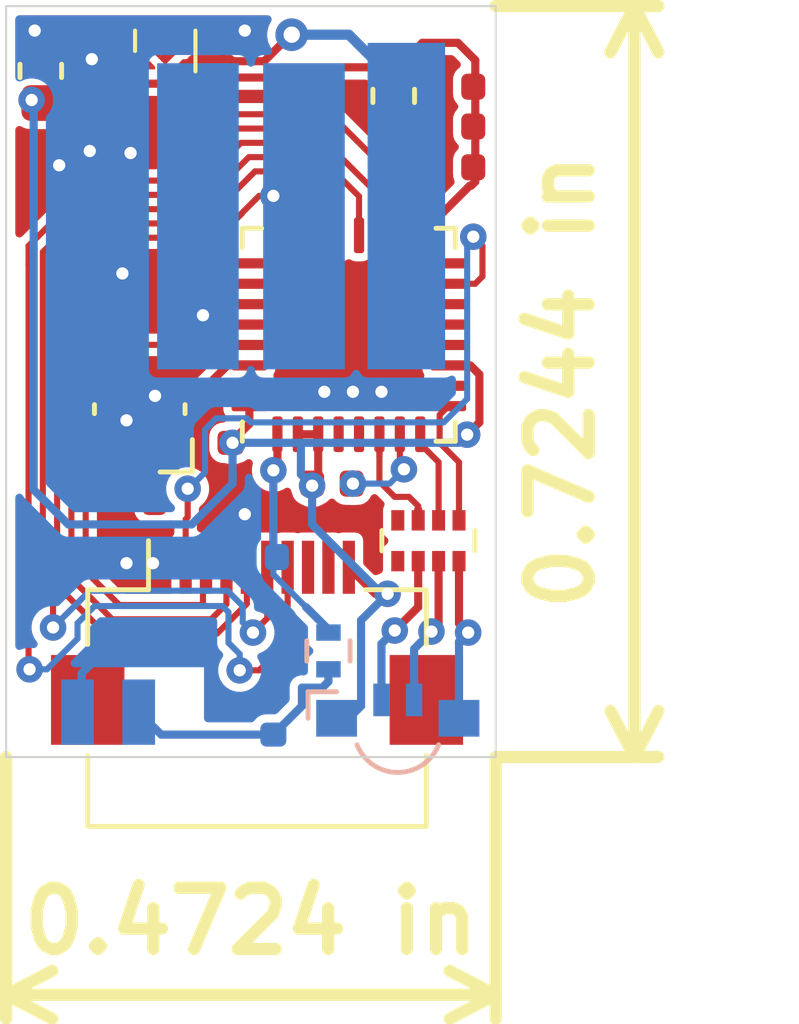
<source format=kicad_pcb>
(kicad_pcb (version 20171130) (host pcbnew "(5.0.0)")

  (general
    (thickness 0.8)
    (drawings 7)
    (tracks 281)
    (zones 0)
    (modules 22)
    (nets 38)
  )

  (page A4)
  (layers
    (0 F.Cu signal hide)
    (31 B.Cu signal hide)
    (32 B.Adhes user hide)
    (33 F.Adhes user hide)
    (34 B.Paste user hide)
    (35 F.Paste user hide)
    (36 B.SilkS user)
    (37 F.SilkS user)
    (38 B.Mask user hide)
    (39 F.Mask user hide)
    (40 Dwgs.User user hide)
    (41 Cmts.User user hide)
    (42 Eco1.User user)
    (43 Eco2.User user)
    (44 Edge.Cuts user)
    (45 Margin user hide)
    (46 B.CrtYd user hide)
    (47 F.CrtYd user hide)
    (48 B.Fab user hide)
    (49 F.Fab user hide)
  )

  (setup
    (last_trace_width 0.25)
    (user_trace_width 0.15)
    (user_trace_width 0.2)
    (user_trace_width 1.5)
    (trace_clearance 0.2)
    (zone_clearance 0.2)
    (zone_45_only no)
    (trace_min 0.15)
    (segment_width 0.2)
    (edge_width 0.05)
    (via_size 0.8)
    (via_drill 0.4)
    (via_min_size 0.4)
    (via_min_drill 0.3)
    (user_via 0.65 0.3)
    (uvia_size 0.3)
    (uvia_drill 0.1)
    (uvias_allowed no)
    (uvia_min_size 0.2)
    (uvia_min_drill 0.1)
    (pcb_text_width 0.3)
    (pcb_text_size 1.5 1.5)
    (mod_edge_width 0.12)
    (mod_text_size 1 1)
    (mod_text_width 0.15)
    (pad_size 0.07 0.19)
    (pad_drill 0)
    (pad_to_mask_clearance 0.051)
    (solder_mask_min_width 0.25)
    (aux_axis_origin 0 0)
    (visible_elements 7FFFFFFF)
    (pcbplotparams
      (layerselection 0x010fc_ffffffff)
      (usegerberextensions false)
      (usegerberattributes false)
      (usegerberadvancedattributes false)
      (creategerberjobfile false)
      (excludeedgelayer true)
      (linewidth 0.100000)
      (plotframeref false)
      (viasonmask false)
      (mode 1)
      (useauxorigin false)
      (hpglpennumber 1)
      (hpglpenspeed 20)
      (hpglpendiameter 15.000000)
      (psnegative false)
      (psa4output false)
      (plotreference true)
      (plotvalue true)
      (plotinvisibletext false)
      (padsonsilk false)
      (subtractmaskfromsilk false)
      (outputformat 1)
      (mirror false)
      (drillshape 1)
      (scaleselection 1)
      (outputdirectory ""))
  )

  (net 0 "")
  (net 1 "Net-(AE1-Pad1)")
  (net 2 GND)
  (net 3 VBUS)
  (net 4 "Net-(C2-Pad1)")
  (net 5 "Net-(C3-Pad1)")
  (net 6 +3V3)
  (net 7 "Net-(D1-Pad3)")
  (net 8 "Net-(D1-Pad4)")
  (net 9 "Net-(D1-Pad2)")
  (net 10 /USBD-)
  (net 11 /USBD+)
  (net 12 "Net-(RN1-Pad5)")
  (net 13 "Net-(RN1-Pad4)")
  (net 14 /LED_G)
  (net 15 /LED_B)
  (net 16 /LED_R)
  (net 17 "Net-(U2-Pad24)")
  (net 18 "Net-(U2-Pad23)")
  (net 19 /BLSEL)
  (net 20 "Net-(U2-Pad14)")
  (net 21 "Net-(U2-Pad13)")
  (net 22 "Net-(U2-Pad12)")
  (net 23 "Net-(U2-Pad10)")
  (net 24 /EN)
  (net 25 "Net-(U2-Pad5)")
  (net 26 "Net-(U2-Pad4)")
  (net 27 "Net-(J2-Pad8)")
  (net 28 "Net-(J2-Pad9)")
  (net 29 /UTX)
  (net 30 /URX)
  (net 31 /GP12)
  (net 32 /GP11)
  (net 33 /GP10)
  (net 34 /GP15)
  (net 35 /GP14)
  (net 36 /GP13)
  (net 37 "Net-(C12-Pad2)")

  (net_class Default "This is the default net class."
    (clearance 0.2)
    (trace_width 0.25)
    (via_dia 0.8)
    (via_drill 0.4)
    (uvia_dia 0.3)
    (uvia_drill 0.1)
    (add_net +3V3)
    (add_net /BLSEL)
    (add_net /EN)
    (add_net /GP10)
    (add_net /GP11)
    (add_net /GP12)
    (add_net /GP13)
    (add_net /GP14)
    (add_net /GP15)
    (add_net /LED_B)
    (add_net /LED_G)
    (add_net /LED_R)
    (add_net /URX)
    (add_net /USBD+)
    (add_net /USBD-)
    (add_net /UTX)
    (add_net GND)
    (add_net "Net-(AE1-Pad1)")
    (add_net "Net-(C12-Pad2)")
    (add_net "Net-(C2-Pad1)")
    (add_net "Net-(C3-Pad1)")
    (add_net "Net-(D1-Pad2)")
    (add_net "Net-(D1-Pad3)")
    (add_net "Net-(D1-Pad4)")
    (add_net "Net-(J2-Pad8)")
    (add_net "Net-(J2-Pad9)")
    (add_net "Net-(RN1-Pad4)")
    (add_net "Net-(RN1-Pad5)")
    (add_net "Net-(U2-Pad10)")
    (add_net "Net-(U2-Pad12)")
    (add_net "Net-(U2-Pad13)")
    (add_net "Net-(U2-Pad14)")
    (add_net "Net-(U2-Pad23)")
    (add_net "Net-(U2-Pad24)")
    (add_net "Net-(U2-Pad4)")
    (add_net "Net-(U2-Pad5)")
    (add_net VBUS)
  )

  (module Capacitor_SMD:C_0402_1005Metric (layer B.Cu) (tedit 5FF87ED8) (tstamp 60735540)
    (at 147.65 50.5)
    (descr "Capacitor SMD 0402 (1005 Metric), square (rectangular) end terminal, IPC_7351 nominal, (Body size source: http://www.tortai-tech.com/upload/download/2011102023233369053.pdf), generated with kicad-footprint-generator")
    (tags capacitor)
    (path /5FFBF6D7)
    (attr smd)
    (fp_text reference C12 (at 0 1.17) (layer B.SilkS) hide
      (effects (font (size 1 1) (thickness 0.15)) (justify mirror))
    )
    (fp_text value C_Small (at 0 -1.17) (layer B.Fab)
      (effects (font (size 1 1) (thickness 0.15)) (justify mirror))
    )
    (fp_text user %R (at 0 0) (layer B.Fab)
      (effects (font (size 0.25 0.25) (thickness 0.04)) (justify mirror))
    )
    (fp_line (start 0.93 -0.47) (end -0.93 -0.47) (layer B.CrtYd) (width 0.05))
    (fp_line (start 0.93 0.47) (end 0.93 -0.47) (layer B.CrtYd) (width 0.05))
    (fp_line (start -0.93 0.47) (end 0.93 0.47) (layer B.CrtYd) (width 0.05))
    (fp_line (start -0.93 -0.47) (end -0.93 0.47) (layer B.CrtYd) (width 0.05))
    (fp_line (start 0.5 -0.25) (end -0.5 -0.25) (layer B.Fab) (width 0.1))
    (fp_line (start 0.5 0.25) (end 0.5 -0.25) (layer B.Fab) (width 0.1))
    (fp_line (start -0.5 0.25) (end 0.5 0.25) (layer B.Fab) (width 0.1))
    (fp_line (start -0.5 -0.25) (end -0.5 0.25) (layer B.Fab) (width 0.1))
    (pad 2 smd roundrect (at 0.485 0) (size 0.59 0.64) (layers B.Cu B.Paste B.Mask) (roundrect_rratio 0.25)
      (net 37 "Net-(C12-Pad2)"))
    (pad 1 smd roundrect (at -0.485 0) (size 0.59 0.64) (layers B.Cu B.Paste B.Mask) (roundrect_rratio 0.25)
      (net 2 GND))
    (model ${KISYS3DMOD}/Capacitor_SMD.3dshapes/C_0402_1005Metric.wrl
      (at (xyz 0 0 0))
      (scale (xyz 1 1 1))
      (rotate (xyz 0 0 0))
    )
  )

  (module Capacitor_SMD:C_0402_1005Metric (layer B.Cu) (tedit 5FF87EC6) (tstamp 60735531)
    (at 148.05 54.365 270)
    (descr "Capacitor SMD 0402 (1005 Metric), square (rectangular) end terminal, IPC_7351 nominal, (Body size source: http://www.tortai-tech.com/upload/download/2011102023233369053.pdf), generated with kicad-footprint-generator")
    (tags capacitor)
    (path /5FFBF66B)
    (attr smd)
    (fp_text reference C11 (at 0 1.17 270) (layer B.SilkS) hide
      (effects (font (size 1 1) (thickness 0.15)) (justify mirror))
    )
    (fp_text value C_Small (at 0 -1.17 270) (layer B.Fab)
      (effects (font (size 1 1) (thickness 0.15)) (justify mirror))
    )
    (fp_line (start -0.5 -0.25) (end -0.5 0.25) (layer B.Fab) (width 0.1))
    (fp_line (start -0.5 0.25) (end 0.5 0.25) (layer B.Fab) (width 0.1))
    (fp_line (start 0.5 0.25) (end 0.5 -0.25) (layer B.Fab) (width 0.1))
    (fp_line (start 0.5 -0.25) (end -0.5 -0.25) (layer B.Fab) (width 0.1))
    (fp_line (start -0.93 -0.47) (end -0.93 0.47) (layer B.CrtYd) (width 0.05))
    (fp_line (start -0.93 0.47) (end 0.93 0.47) (layer B.CrtYd) (width 0.05))
    (fp_line (start 0.93 0.47) (end 0.93 -0.47) (layer B.CrtYd) (width 0.05))
    (fp_line (start 0.93 -0.47) (end -0.93 -0.47) (layer B.CrtYd) (width 0.05))
    (fp_text user %R (at 0 0 270) (layer B.Fab)
      (effects (font (size 0.25 0.25) (thickness 0.04)) (justify mirror))
    )
    (pad 1 smd roundrect (at -0.485 0 270) (size 0.59 0.64) (layers B.Cu B.Paste B.Mask) (roundrect_rratio 0.25)
      (net 2 GND))
    (pad 2 smd roundrect (at 0.485 0 270) (size 0.59 0.64) (layers B.Cu B.Paste B.Mask) (roundrect_rratio 0.25)
      (net 1 "Net-(AE1-Pad1)"))
    (model ${KISYS3DMOD}/Capacitor_SMD.3dshapes/C_0402_1005Metric.wrl
      (at (xyz 0 0 0))
      (scale (xyz 1 1 1))
      (rotate (xyz 0 0 0))
    )
  )

  (module Inductors_SMD:L_0402 (layer B.Cu) (tedit 5FF87ED4) (tstamp 607356BE)
    (at 149.4 52.8 270)
    (descr "Resistor SMD 0402, reflow soldering, Vishay (see dcrcw.pdf)")
    (tags "resistor 0402")
    (path /5FFBF7A7)
    (attr smd)
    (fp_text reference L1 (at 0 1.8 270) (layer B.SilkS) hide
      (effects (font (size 1 1) (thickness 0.15)) (justify mirror))
    )
    (fp_text value L_Small (at 0 -1.8 270) (layer B.Fab)
      (effects (font (size 1 1) (thickness 0.15)) (justify mirror))
    )
    (fp_line (start -0.25 -0.53) (end 0.25 -0.53) (layer B.SilkS) (width 0.12))
    (fp_line (start 0.25 0.53) (end -0.25 0.53) (layer B.SilkS) (width 0.12))
    (fp_line (start 0.95 0.65) (end 0.95 -0.65) (layer B.CrtYd) (width 0.05))
    (fp_line (start -0.95 0.65) (end -0.95 -0.65) (layer B.CrtYd) (width 0.05))
    (fp_line (start -0.95 -0.65) (end 0.95 -0.65) (layer B.CrtYd) (width 0.05))
    (fp_line (start -0.95 0.65) (end 0.95 0.65) (layer B.CrtYd) (width 0.05))
    (fp_line (start -0.5 0.25) (end 0.5 0.25) (layer B.Fab) (width 0.1))
    (fp_line (start 0.5 0.25) (end 0.5 -0.25) (layer B.Fab) (width 0.1))
    (fp_line (start 0.5 -0.25) (end -0.5 -0.25) (layer B.Fab) (width 0.1))
    (fp_line (start -0.5 -0.25) (end -0.5 0.25) (layer B.Fab) (width 0.1))
    (fp_text user %R (at 0 -0.1 270) (layer B.Fab)
      (effects (font (size 0.2 0.2) (thickness 0.03)) (justify mirror))
    )
    (pad 2 smd rect (at 0.45 0 270) (size 0.4 0.6) (layers B.Cu B.Paste B.Mask)
      (net 1 "Net-(AE1-Pad1)"))
    (pad 1 smd rect (at -0.45 0 270) (size 0.4 0.6) (layers B.Cu B.Paste B.Mask)
      (net 37 "Net-(C12-Pad2)"))
    (model ${KISYS3DMOD}/Inductors_SMD.3dshapes/L_0402.wrl
      (at (xyz 0 0 0))
      (scale (xyz 1 1 1))
      (rotate (xyz 0 0 0))
    )
  )

  (module Capacitor_SMD:C_0603_1608Metric (layer F.Cu) (tedit 5FF87F62) (tstamp 6065B529)
    (at 142.35 38.5875 90)
    (descr "Capacitor SMD 0603 (1608 Metric), square (rectangular) end terminal, IPC_7351 nominal, (Body size source: http://www.tortai-tech.com/upload/download/2011102023233369053.pdf), generated with kicad-footprint-generator")
    (tags capacitor)
    (path /5FFB275E)
    (attr smd)
    (fp_text reference C10 (at 0 -1.43 90) (layer F.SilkS) hide
      (effects (font (size 1 1) (thickness 0.15)))
    )
    (fp_text value C_Small (at 0 1.43 90) (layer F.Fab)
      (effects (font (size 1 1) (thickness 0.15)))
    )
    (fp_text user %R (at 0 0 90) (layer F.Fab)
      (effects (font (size 0.4 0.4) (thickness 0.06)))
    )
    (fp_line (start 1.48 0.73) (end -1.48 0.73) (layer F.CrtYd) (width 0.05))
    (fp_line (start 1.48 -0.73) (end 1.48 0.73) (layer F.CrtYd) (width 0.05))
    (fp_line (start -1.48 -0.73) (end 1.48 -0.73) (layer F.CrtYd) (width 0.05))
    (fp_line (start -1.48 0.73) (end -1.48 -0.73) (layer F.CrtYd) (width 0.05))
    (fp_line (start -0.162779 0.51) (end 0.162779 0.51) (layer F.SilkS) (width 0.12))
    (fp_line (start -0.162779 -0.51) (end 0.162779 -0.51) (layer F.SilkS) (width 0.12))
    (fp_line (start 0.8 0.4) (end -0.8 0.4) (layer F.Fab) (width 0.1))
    (fp_line (start 0.8 -0.4) (end 0.8 0.4) (layer F.Fab) (width 0.1))
    (fp_line (start -0.8 -0.4) (end 0.8 -0.4) (layer F.Fab) (width 0.1))
    (fp_line (start -0.8 0.4) (end -0.8 -0.4) (layer F.Fab) (width 0.1))
    (pad 2 smd roundrect (at 0.7875 0 90) (size 0.875 0.95) (layers F.Cu F.Paste F.Mask) (roundrect_rratio 0.25)
      (net 2 GND))
    (pad 1 smd roundrect (at -0.7875 0 90) (size 0.875 0.95) (layers F.Cu F.Paste F.Mask) (roundrect_rratio 0.25)
      (net 6 +3V3))
    (model ${KISYS3DMOD}/Capacitor_SMD.3dshapes/C_0603_1608Metric.wrl
      (at (xyz 0 0 0))
      (scale (xyz 1 1 1))
      (rotate (xyz 0 0 0))
    )
  )

  (module Capacitor_SMD:C_0603_1608Metric (layer F.Cu) (tedit 5FF87F9B) (tstamp 6065B518)
    (at 151 39.2 270)
    (descr "Capacitor SMD 0603 (1608 Metric), square (rectangular) end terminal, IPC_7351 nominal, (Body size source: http://www.tortai-tech.com/upload/download/2011102023233369053.pdf), generated with kicad-footprint-generator")
    (tags capacitor)
    (path /5FFB2757)
    (attr smd)
    (fp_text reference C9 (at 0 -1.43 270) (layer F.SilkS) hide
      (effects (font (size 1 1) (thickness 0.15)))
    )
    (fp_text value C_Small (at 0 1.43 270) (layer F.Fab)
      (effects (font (size 1 1) (thickness 0.15)))
    )
    (fp_line (start -0.8 0.4) (end -0.8 -0.4) (layer F.Fab) (width 0.1))
    (fp_line (start -0.8 -0.4) (end 0.8 -0.4) (layer F.Fab) (width 0.1))
    (fp_line (start 0.8 -0.4) (end 0.8 0.4) (layer F.Fab) (width 0.1))
    (fp_line (start 0.8 0.4) (end -0.8 0.4) (layer F.Fab) (width 0.1))
    (fp_line (start -0.162779 -0.51) (end 0.162779 -0.51) (layer F.SilkS) (width 0.12))
    (fp_line (start -0.162779 0.51) (end 0.162779 0.51) (layer F.SilkS) (width 0.12))
    (fp_line (start -1.48 0.73) (end -1.48 -0.73) (layer F.CrtYd) (width 0.05))
    (fp_line (start -1.48 -0.73) (end 1.48 -0.73) (layer F.CrtYd) (width 0.05))
    (fp_line (start 1.48 -0.73) (end 1.48 0.73) (layer F.CrtYd) (width 0.05))
    (fp_line (start 1.48 0.73) (end -1.48 0.73) (layer F.CrtYd) (width 0.05))
    (fp_text user %R (at 0 0 270) (layer F.Fab)
      (effects (font (size 0.4 0.4) (thickness 0.06)))
    )
    (pad 1 smd roundrect (at -0.7875 0 270) (size 0.875 0.95) (layers F.Cu F.Paste F.Mask) (roundrect_rratio 0.25)
      (net 6 +3V3))
    (pad 2 smd roundrect (at 0.7875 0 270) (size 0.875 0.95) (layers F.Cu F.Paste F.Mask) (roundrect_rratio 0.25)
      (net 2 GND))
    (model ${KISYS3DMOD}/Capacitor_SMD.3dshapes/C_0603_1608Metric.wrl
      (at (xyz 0 0 0))
      (scale (xyz 1 1 1))
      (rotate (xyz 0 0 0))
    )
  )

  (module Housings_DFN_QFN:UDFN-4_1x1mm_Pitch0.65mm (layer F.Cu) (tedit 5FF87F6E) (tstamp 6057D53E)
    (at 145.4 38.1)
    (descr UDFN-4_1x1mm_Pitch0.65mm)
    (tags UDFN-4_1x1mm_Pitch0.65mm)
    (path /5FF1FC8E)
    (attr smd)
    (fp_text reference U1 (at 0.45 -2.16) (layer F.SilkS) hide
      (effects (font (size 1 1) (thickness 0.15)))
    )
    (fp_text value AP7333-33SRG-7 (at 0.47 2.34) (layer F.Fab)
      (effects (font (size 1 1) (thickness 0.15)))
    )
    (fp_text user %R (at 0.04 0.08) (layer F.Fab)
      (effects (font (size 0.25 0.25) (thickness 0.025)))
    )
    (fp_line (start 0.5 -0.5) (end 0.5 0.5) (layer F.Fab) (width 0.1))
    (fp_line (start -0.12 -0.5) (end 0.5 -0.5) (layer F.Fab) (width 0.1))
    (fp_line (start -0.5 0.5) (end -0.5 -0.12) (layer F.Fab) (width 0.1))
    (fp_line (start 0.5 0.5) (end -0.5 0.5) (layer F.Fab) (width 0.1))
    (fp_line (start -0.12 -0.5) (end -0.5 -0.12) (layer F.Fab) (width 0.1))
    (fp_line (start -1.5 1.5) (end -1.5 -1.5) (layer F.CrtYd) (width 0.05))
    (fp_line (start 1.5 1.5) (end -1.5 1.5) (layer F.CrtYd) (width 0.05))
    (fp_line (start 1.5 -1.5) (end 1.5 1.5) (layer F.CrtYd) (width 0.05))
    (fp_line (start -1.5 -1.5) (end 1.5 -1.5) (layer F.CrtYd) (width 0.05))
    (fp_line (start -0.74 -0.5) (end -0.74 0) (layer F.SilkS) (width 0.1))
    (fp_line (start 0.74 -0.5) (end 0.74 0.5) (layer F.SilkS) (width 0.1))
    (pad 2 smd rect (at -0.345 0.415 90) (size 0.07 0.19) (layers F.Cu F.Paste F.Mask)
      (net 6 +3V3))
    (pad 2 smd trapezoid (at -0.43 0.29 90) (size 0.18 0.18) (rect_delta 0.1799 0 ) (layers F.Cu F.Paste F.Mask)
      (net 6 +3V3))
    (pad 1 smd trapezoid (at -0.43 -0.3 180) (size 0.2 0.2) (rect_delta 0 0.19999 ) (layers F.Cu F.Paste F.Mask)
      (net 2 GND))
    (pad 2 smd rect (at -0.54 0.325 270) (size 0.25 0.22) (layers F.Cu F.Paste F.Mask)
      (net 6 +3V3))
    (pad 5 smd rect (at 0 0.17 315) (size 0.24 0.24) (layers F.Cu F.Paste F.Mask))
    (pad 1 smd rect (at -0.54 -0.325 270) (size 0.25 0.22) (layers F.Cu F.Paste F.Mask)
      (net 2 GND))
    (pad 4 smd rect (at 0.54 -0.325 270) (size 0.25 0.22) (layers F.Cu F.Paste F.Mask)
      (net 3 VBUS))
    (pad 4 smd trapezoid (at 0.425 -0.29 270) (size 0.18 0.18) (rect_delta 0.1799 0 ) (layers F.Cu F.Paste F.Mask)
      (net 3 VBUS))
    (pad 4 smd rect (at 0.34 -0.415 90) (size 0.07 0.19) (layers F.Cu F.Paste F.Mask)
      (net 3 VBUS))
    (pad 3 smd rect (at 0.54 0.325 270) (size 0.25 0.22) (layers F.Cu F.Paste F.Mask)
      (net 3 VBUS))
    (pad 3 smd trapezoid (at 0.43 0.29) (size 0.18 0.18) (rect_delta 0 0.17999 ) (layers F.Cu F.Paste F.Mask)
      (net 3 VBUS))
    (pad 1 smd trapezoid (at -0.38 -0.35 180) (size 0.2 0.2) (rect_delta 0 0.19999 ) (layers F.Cu F.Paste F.Mask)
      (net 2 GND))
    (pad 3 smd rect (at 0.345 0.415 90) (size 0.07 0.19) (layers F.Cu F.Paste F.Mask)
      (net 3 VBUS))
    (pad 5 smd rect (at 0.17 0 315) (size 0.24 0.24) (layers F.Cu F.Paste F.Mask))
    (pad 5 smd rect (at -0.17 0 315) (size 0.24 0.24) (layers F.Cu F.Paste F.Mask))
    (pad 5 smd rect (at 0 -0.17 315) (size 0.24 0.24) (layers F.Cu F.Paste F.Mask))
    (model ${KISYS3DMOD}/Housings_DFN_QFN.3dshapes/UDFN-4_1x1mm_Pitch0.65mm.wrl
      (at (xyz 0 0 0))
      (scale (xyz 1 1 1))
      (rotate (xyz 0 0 0))
    )
  )

  (module Connector_FFC-FPC:Hirose_FH12-10S-0.5SH_1x10-1MP_P0.50mm_Horizontal (layer F.Cu) (tedit 5FF87F4A) (tstamp 603C8000)
    (at 147.65 52.6)
    (descr "Molex FH12, FFC/FPC connector, FH12-10S-0.5SH, 10 Pins per row (https://www.hirose.com/product/en/products/FH12/FH12-24S-0.5SH(55)/), generated with kicad-footprint-generator")
    (tags "connector Hirose  top entry")
    (path /5FEEEEB6)
    (attr smd)
    (fp_text reference J2 (at 0 -3.7) (layer F.SilkS) hide
      (effects (font (size 1 1) (thickness 0.15)))
    )
    (fp_text value Conn_02x05_Odd_Even (at 0 5.6) (layer F.Fab)
      (effects (font (size 1 1) (thickness 0.15)))
    )
    (fp_line (start 0 -1.2) (end -4.05 -1.2) (layer F.Fab) (width 0.1))
    (fp_line (start -4.05 -1.2) (end -4.05 3.4) (layer F.Fab) (width 0.1))
    (fp_line (start -4.05 3.4) (end -3.45 3.4) (layer F.Fab) (width 0.1))
    (fp_line (start -3.45 3.4) (end -3.45 3.7) (layer F.Fab) (width 0.1))
    (fp_line (start -3.45 3.7) (end -3.95 3.7) (layer F.Fab) (width 0.1))
    (fp_line (start -3.95 3.7) (end -3.95 4.4) (layer F.Fab) (width 0.1))
    (fp_line (start -3.95 4.4) (end 0 4.4) (layer F.Fab) (width 0.1))
    (fp_line (start 0 -1.2) (end 4.05 -1.2) (layer F.Fab) (width 0.1))
    (fp_line (start 4.05 -1.2) (end 4.05 3.4) (layer F.Fab) (width 0.1))
    (fp_line (start 4.05 3.4) (end 3.45 3.4) (layer F.Fab) (width 0.1))
    (fp_line (start 3.45 3.4) (end 3.45 3.7) (layer F.Fab) (width 0.1))
    (fp_line (start 3.45 3.7) (end 3.95 3.7) (layer F.Fab) (width 0.1))
    (fp_line (start 3.95 3.7) (end 3.95 4.4) (layer F.Fab) (width 0.1))
    (fp_line (start 3.95 4.4) (end 0 4.4) (layer F.Fab) (width 0.1))
    (fp_line (start -2.66 -1.3) (end -4.15 -1.3) (layer F.SilkS) (width 0.12))
    (fp_line (start -4.15 -1.3) (end -4.15 0.04) (layer F.SilkS) (width 0.12))
    (fp_line (start 2.66 -1.3) (end 4.15 -1.3) (layer F.SilkS) (width 0.12))
    (fp_line (start 4.15 -1.3) (end 4.15 0.04) (layer F.SilkS) (width 0.12))
    (fp_line (start -4.15 2.76) (end -4.15 4.5) (layer F.SilkS) (width 0.12))
    (fp_line (start -4.15 4.5) (end 4.15 4.5) (layer F.SilkS) (width 0.12))
    (fp_line (start 4.15 4.5) (end 4.15 2.76) (layer F.SilkS) (width 0.12))
    (fp_line (start -2.66 -1.3) (end -2.66 -2.5) (layer F.SilkS) (width 0.12))
    (fp_line (start -2.75 -1.2) (end -2.25 -0.492893) (layer F.Fab) (width 0.1))
    (fp_line (start -2.25 -0.492893) (end -1.75 -1.2) (layer F.Fab) (width 0.1))
    (fp_line (start -5.55 -3) (end -5.55 4.9) (layer F.CrtYd) (width 0.05))
    (fp_line (start -5.55 4.9) (end 5.55 4.9) (layer F.CrtYd) (width 0.05))
    (fp_line (start 5.55 4.9) (end 5.55 -3) (layer F.CrtYd) (width 0.05))
    (fp_line (start 5.55 -3) (end -5.55 -3) (layer F.CrtYd) (width 0.05))
    (fp_text user %R (at 0 3.7) (layer F.Fab)
      (effects (font (size 1 1) (thickness 0.15)))
    )
    (pad MP smd rect (at 4.15 1.4) (size 1.8 2.2) (layers F.Cu F.Paste F.Mask))
    (pad MP smd rect (at -4.15 1.4) (size 1.8 2.2) (layers F.Cu F.Paste F.Mask))
    (pad 1 smd rect (at -2.25 -1.85) (size 0.3 1.3) (layers F.Cu F.Paste F.Mask)
      (net 2 GND))
    (pad 2 smd rect (at -1.75 -1.85) (size 0.3 1.3) (layers F.Cu F.Paste F.Mask)
      (net 19 /BLSEL))
    (pad 3 smd rect (at -1.25 -1.85) (size 0.3 1.3) (layers F.Cu F.Paste F.Mask)
      (net 34 /GP15))
    (pad 4 smd rect (at -0.75 -1.85) (size 0.3 1.3) (layers F.Cu F.Paste F.Mask)
      (net 35 /GP14))
    (pad 5 smd rect (at -0.25 -1.85) (size 0.3 1.3) (layers F.Cu F.Paste F.Mask)
      (net 36 /GP13))
    (pad 6 smd rect (at 0.25 -1.85) (size 0.3 1.3) (layers F.Cu F.Paste F.Mask)
      (net 31 /GP12))
    (pad 7 smd rect (at 0.75 -1.85) (size 0.3 1.3) (layers F.Cu F.Paste F.Mask)
      (net 32 /GP11))
    (pad 8 smd rect (at 1.25 -1.85) (size 0.3 1.3) (layers F.Cu F.Paste F.Mask)
      (net 27 "Net-(J2-Pad8)"))
    (pad 9 smd rect (at 1.75 -1.85) (size 0.3 1.3) (layers F.Cu F.Paste F.Mask)
      (net 28 "Net-(J2-Pad9)"))
    (pad 10 smd rect (at 2.25 -1.85) (size 0.3 1.3) (layers F.Cu F.Paste F.Mask)
      (net 6 +3V3))
    (model ${KISYS3DMOD}/Connector_FFC-FPC.3dshapes/Hirose_FH12-10S-0.5SH_1x10-1MP_P0.50mm_Horizontal.wrl
      (at (xyz 0 0 0))
      (scale (xyz 1 1 1))
      (rotate (xyz 0 0 0))
    )
  )

  (module Resistor_SMD:R_0402_1005Metric (layer F.Cu) (tedit 5FF87F45) (tstamp 602EDC16)
    (at 149.485 48.7)
    (descr "Resistor SMD 0402 (1005 Metric), square (rectangular) end terminal, IPC_7351 nominal, (Body size source: http://www.tortai-tech.com/upload/download/2011102023233369053.pdf), generated with kicad-footprint-generator")
    (tags resistor)
    (path /5FED4EE2)
    (attr smd)
    (fp_text reference R1 (at 0 -1.17) (layer F.SilkS) hide
      (effects (font (size 1 1) (thickness 0.15)))
    )
    (fp_text value R_Small (at 0 1.17) (layer F.Fab)
      (effects (font (size 1 1) (thickness 0.15)))
    )
    (fp_line (start -0.5 0.25) (end -0.5 -0.25) (layer F.Fab) (width 0.1))
    (fp_line (start -0.5 -0.25) (end 0.5 -0.25) (layer F.Fab) (width 0.1))
    (fp_line (start 0.5 -0.25) (end 0.5 0.25) (layer F.Fab) (width 0.1))
    (fp_line (start 0.5 0.25) (end -0.5 0.25) (layer F.Fab) (width 0.1))
    (fp_line (start -0.93 0.47) (end -0.93 -0.47) (layer F.CrtYd) (width 0.05))
    (fp_line (start -0.93 -0.47) (end 0.93 -0.47) (layer F.CrtYd) (width 0.05))
    (fp_line (start 0.93 -0.47) (end 0.93 0.47) (layer F.CrtYd) (width 0.05))
    (fp_line (start 0.93 0.47) (end -0.93 0.47) (layer F.CrtYd) (width 0.05))
    (fp_text user %R (at 0 0) (layer F.Fab)
      (effects (font (size 0.25 0.25) (thickness 0.04)))
    )
    (pad 1 smd roundrect (at -0.485 0) (size 0.59 0.64) (layers F.Cu F.Paste F.Mask) (roundrect_rratio 0.25)
      (net 6 +3V3))
    (pad 2 smd roundrect (at 0.485 0) (size 0.59 0.64) (layers F.Cu F.Paste F.Mask) (roundrect_rratio 0.25)
      (net 24 /EN))
    (model ${KISYS3DMOD}/Resistor_SMD.3dshapes/R_0402_1005Metric.wrl
      (at (xyz 0 0 0))
      (scale (xyz 1 1 1))
      (rotate (xyz 0 0 0))
    )
  )

  (module footprint:Antenna-AVX-1001312 (layer B.Cu) (tedit 5FF87EC2) (tstamp 60213F42)
    (at 144 54.25 180)
    (path /5FED282C)
    (fp_text reference AE1 (at 5.925 -6.625 180) (layer B.SilkS) hide
      (effects (font (size 1 1) (thickness 0.15)) (justify mirror))
    )
    (fp_text value Antenna (at -0.2 -5.3 180) (layer B.Fab)
      (effects (font (size 1 1) (thickness 0.15)) (justify mirror))
    )
    (pad 1 smd rect (at -0.75 -0.05 180) (size 0.8 1.6) (layers B.Cu B.Paste B.Mask)
      (net 1 "Net-(AE1-Pad1)"))
    (pad 2 smd rect (at 0.75 -0.05 180) (size 0.8 1.6) (layers B.Cu B.Paste B.Mask)
      (net 2 GND))
  )

  (module Crystal:Crystal_SMD_Abracon_ABM10-4Pin_2.5x2.0mm (layer F.Cu) (tedit 5FF87EF5) (tstamp 5FEC7904)
    (at 144.775 46.875 180)
    (descr "Abracon Miniature Ceramic Smd Crystal ABM10 http://www.abracon.com/Resonators/ABM10.pdf")
    (tags "SMD SMT crystal Abracon ABM10")
    (path /5FED6E4B)
    (attr smd)
    (fp_text reference Y1 (at 0 -2.5) (layer F.SilkS) hide
      (effects (font (size 1 1) (thickness 0.15)))
    )
    (fp_text value Crystal_GND24_Small (at 0.04 2.5) (layer F.Fab)
      (effects (font (size 1 1) (thickness 0.15)))
    )
    (fp_line (start -1.53 -1.78) (end -1.53 1.78) (layer F.CrtYd) (width 0.05))
    (fp_line (start -0.5 -1.54) (end -1.29 -1.54) (layer F.SilkS) (width 0.12))
    (fp_line (start 1.11 -0.11) (end 1.11 0.11) (layer F.SilkS) (width 0.12))
    (fp_line (start -1 -0.75) (end -1 1.25) (layer F.Fab) (width 0.1))
    (fp_line (start 1 -1.25) (end 1 1.25) (layer F.Fab) (width 0.1))
    (fp_line (start -0.5 -1.25) (end 1 -1.25) (layer F.Fab) (width 0.1))
    (fp_line (start -1 1.25) (end 1 1.25) (layer F.Fab) (width 0.1))
    (fp_line (start -1.11 -0.11) (end -1.11 0.11) (layer F.SilkS) (width 0.12))
    (fp_line (start -0.5 -1.25) (end -1 -0.75) (layer F.Fab) (width 0.1))
    (fp_line (start -1.29 -0.75) (end -1.29 -1.54) (layer F.SilkS) (width 0.12))
    (fp_text user %R (at 0 0 90) (layer F.Fab)
      (effects (font (size 0.5 0.5) (thickness 0.075)))
    )
    (fp_line (start 1.53 -1.78) (end 1.53 1.78) (layer F.CrtYd) (width 0.05))
    (fp_line (start 1.53 -1.78) (end -1.53 -1.78) (layer F.CrtYd) (width 0.05))
    (fp_line (start -1.53 1.78) (end 1.53 1.78) (layer F.CrtYd) (width 0.05))
    (pad 4 smd rect (at 0.625 -0.825 180) (size 0.8 0.9) (layers F.Cu F.Paste F.Mask)
      (net 2 GND))
    (pad 2 smd rect (at -0.625 0.825 180) (size 0.8 0.9) (layers F.Cu F.Paste F.Mask)
      (net 2 GND))
    (pad 3 smd rect (at 0.625 0.825 180) (size 0.8 0.9) (layers F.Cu F.Paste F.Mask)
      (net 4 "Net-(C2-Pad1)"))
    (pad 1 smd rect (at -0.625 -0.825 180) (size 0.8 0.9) (layers F.Cu F.Paste F.Mask)
      (net 5 "Net-(C3-Pad1)"))
    (model ${KISYS3DMOD}/Crystal.3dshapes/Crystal_SMD_Abracon_ABM10-4Pin_2.5x2.0mm.wrl
      (at (xyz 0 0 0))
      (scale (xyz 1 1 1))
      (rotate (xyz 0 0 0))
    )
  )

  (module Package_DFN_QFN:QFN-32-1EP_5x5mm_P0.5mm_EP3.45x3.45mm (layer F.Cu) (tedit 5FF87F54) (tstamp 5FEC8D71)
    (at 149.899651 45.053204 90)
    (descr "QFN, 32 Pin (http://www.analog.com/media/en/package-pcb-resources/package/pkg_pdf/ltc-legacy-qfn/QFN_32_05-08-1693.pdf), generated with kicad-footprint-generator ipc_dfn_qfn_generator.py")
    (tags "QFN DFN_QFN")
    (path /5FEC9B09)
    (attr smd)
    (fp_text reference U2 (at 0 -3.82 90) (layer F.SilkS) hide
      (effects (font (size 1 1) (thickness 0.15)))
    )
    (fp_text value ESP32-C3 (at 0 3.82 90) (layer F.Fab)
      (effects (font (size 1 1) (thickness 0.15)))
    )
    (fp_text user %R (at 0 0 90) (layer F.Fab)
      (effects (font (size 1 1) (thickness 0.15)))
    )
    (fp_line (start 3.12 -3.12) (end -3.12 -3.12) (layer F.CrtYd) (width 0.05))
    (fp_line (start 3.12 3.12) (end 3.12 -3.12) (layer F.CrtYd) (width 0.05))
    (fp_line (start -3.12 3.12) (end 3.12 3.12) (layer F.CrtYd) (width 0.05))
    (fp_line (start -3.12 -3.12) (end -3.12 3.12) (layer F.CrtYd) (width 0.05))
    (fp_line (start -2.5 -1.5) (end -1.5 -2.5) (layer F.Fab) (width 0.1))
    (fp_line (start -2.5 2.5) (end -2.5 -1.5) (layer F.Fab) (width 0.1))
    (fp_line (start 2.5 2.5) (end -2.5 2.5) (layer F.Fab) (width 0.1))
    (fp_line (start 2.5 -2.5) (end 2.5 2.5) (layer F.Fab) (width 0.1))
    (fp_line (start -1.5 -2.5) (end 2.5 -2.5) (layer F.Fab) (width 0.1))
    (fp_line (start -2.135 -2.61) (end -2.61 -2.61) (layer F.SilkS) (width 0.12))
    (fp_line (start 2.61 2.61) (end 2.61 2.135) (layer F.SilkS) (width 0.12))
    (fp_line (start 2.135 2.61) (end 2.61 2.61) (layer F.SilkS) (width 0.12))
    (fp_line (start -2.61 2.61) (end -2.61 2.135) (layer F.SilkS) (width 0.12))
    (fp_line (start -2.135 2.61) (end -2.61 2.61) (layer F.SilkS) (width 0.12))
    (fp_line (start 2.61 -2.61) (end 2.61 -2.135) (layer F.SilkS) (width 0.12))
    (fp_line (start 2.135 -2.61) (end 2.61 -2.61) (layer F.SilkS) (width 0.12))
    (pad 32 smd roundrect (at -1.75 -2.4375 90) (size 0.25 0.875) (layers F.Cu F.Paste F.Mask) (roundrect_rratio 0.25)
      (net 6 +3V3))
    (pad 31 smd roundrect (at -1.25 -2.4375 90) (size 0.25 0.875) (layers F.Cu F.Paste F.Mask) (roundrect_rratio 0.25)
      (net 6 +3V3))
    (pad 30 smd roundrect (at -0.75 -2.4375 90) (size 0.25 0.875) (layers F.Cu F.Paste F.Mask) (roundrect_rratio 0.25)
      (net 5 "Net-(C3-Pad1)"))
    (pad 29 smd roundrect (at -0.25 -2.4375 90) (size 0.25 0.875) (layers F.Cu F.Paste F.Mask) (roundrect_rratio 0.25)
      (net 4 "Net-(C2-Pad1)"))
    (pad 28 smd roundrect (at 0.25 -2.4375 90) (size 0.25 0.875) (layers F.Cu F.Paste F.Mask) (roundrect_rratio 0.25)
      (net 11 /USBD+))
    (pad 27 smd roundrect (at 0.75 -2.4375 90) (size 0.25 0.875) (layers F.Cu F.Paste F.Mask) (roundrect_rratio 0.25)
      (net 10 /USBD-))
    (pad 26 smd roundrect (at 1.25 -2.4375 90) (size 0.25 0.875) (layers F.Cu F.Paste F.Mask) (roundrect_rratio 0.25)
      (net 29 /UTX))
    (pad 25 smd roundrect (at 1.75 -2.4375 90) (size 0.25 0.875) (layers F.Cu F.Paste F.Mask) (roundrect_rratio 0.25)
      (net 30 /URX))
    (pad 24 smd roundrect (at 2.4375 -1.75 90) (size 0.875 0.25) (layers F.Cu F.Paste F.Mask) (roundrect_rratio 0.25)
      (net 17 "Net-(U2-Pad24)"))
    (pad 23 smd roundrect (at 2.4375 -1.25 90) (size 0.875 0.25) (layers F.Cu F.Paste F.Mask) (roundrect_rratio 0.25)
      (net 18 "Net-(U2-Pad23)"))
    (pad 22 smd roundrect (at 2.4375 -0.75 90) (size 0.875 0.25) (layers F.Cu F.Paste F.Mask) (roundrect_rratio 0.25)
      (net 34 /GP15))
    (pad 21 smd roundrect (at 2.4375 -0.25 90) (size 0.875 0.25) (layers F.Cu F.Paste F.Mask) (roundrect_rratio 0.25)
      (net 35 /GP14))
    (pad 20 smd roundrect (at 2.4375 0.25 90) (size 0.875 0.25) (layers F.Cu F.Paste F.Mask) (roundrect_rratio 0.25)
      (net 36 /GP13))
    (pad 19 smd roundrect (at 2.4375 0.75 90) (size 0.875 0.25) (layers F.Cu F.Paste F.Mask) (roundrect_rratio 0.25)
      (net 31 /GP12))
    (pad 18 smd roundrect (at 2.4375 1.25 90) (size 0.875 0.25) (layers F.Cu F.Paste F.Mask) (roundrect_rratio 0.25)
      (net 32 /GP11))
    (pad 17 smd roundrect (at 2.4375 1.75 90) (size 0.875 0.25) (layers F.Cu F.Paste F.Mask) (roundrect_rratio 0.25)
      (net 6 +3V3))
    (pad 16 smd roundrect (at 1.75 2.4375 90) (size 0.25 0.875) (layers F.Cu F.Paste F.Mask) (roundrect_rratio 0.25)
      (net 33 /GP10))
    (pad 15 smd roundrect (at 1.25 2.4375 90) (size 0.25 0.875) (layers F.Cu F.Paste F.Mask) (roundrect_rratio 0.25)
      (net 19 /BLSEL))
    (pad 14 smd roundrect (at 0.75 2.4375 90) (size 0.25 0.875) (layers F.Cu F.Paste F.Mask) (roundrect_rratio 0.25)
      (net 20 "Net-(U2-Pad14)"))
    (pad 13 smd roundrect (at 0.25 2.4375 90) (size 0.25 0.875) (layers F.Cu F.Paste F.Mask) (roundrect_rratio 0.25)
      (net 21 "Net-(U2-Pad13)"))
    (pad 12 smd roundrect (at -0.25 2.4375 90) (size 0.25 0.875) (layers F.Cu F.Paste F.Mask) (roundrect_rratio 0.25)
      (net 22 "Net-(U2-Pad12)"))
    (pad 11 smd roundrect (at -0.75 2.4375 90) (size 0.25 0.875) (layers F.Cu F.Paste F.Mask) (roundrect_rratio 0.25)
      (net 6 +3V3))
    (pad 10 smd roundrect (at -1.25 2.4375 90) (size 0.25 0.875) (layers F.Cu F.Paste F.Mask) (roundrect_rratio 0.25)
      (net 23 "Net-(U2-Pad10)"))
    (pad 9 smd roundrect (at -1.75 2.4375 90) (size 0.25 0.875) (layers F.Cu F.Paste F.Mask) (roundrect_rratio 0.25)
      (net 16 /LED_R))
    (pad 8 smd roundrect (at -2.4375 1.75 90) (size 0.875 0.25) (layers F.Cu F.Paste F.Mask) (roundrect_rratio 0.25)
      (net 14 /LED_G))
    (pad 7 smd roundrect (at -2.4375 1.25 90) (size 0.875 0.25) (layers F.Cu F.Paste F.Mask) (roundrect_rratio 0.25)
      (net 24 /EN))
    (pad 6 smd roundrect (at -2.4375 0.75 90) (size 0.875 0.25) (layers F.Cu F.Paste F.Mask) (roundrect_rratio 0.25)
      (net 15 /LED_B))
    (pad 5 smd roundrect (at -2.4375 0.25 90) (size 0.875 0.25) (layers F.Cu F.Paste F.Mask) (roundrect_rratio 0.25)
      (net 25 "Net-(U2-Pad5)"))
    (pad 4 smd roundrect (at -2.4375 -0.25 90) (size 0.875 0.25) (layers F.Cu F.Paste F.Mask) (roundrect_rratio 0.25)
      (net 26 "Net-(U2-Pad4)"))
    (pad 3 smd roundrect (at -2.4375 -0.75 90) (size 0.875 0.25) (layers F.Cu F.Paste F.Mask) (roundrect_rratio 0.25)
      (net 6 +3V3))
    (pad 2 smd roundrect (at -2.4375 -1.25 90) (size 0.875 0.25) (layers F.Cu F.Paste F.Mask) (roundrect_rratio 0.25)
      (net 6 +3V3))
    (pad 1 smd roundrect (at -2.4375 -1.75 90) (size 0.875 0.25) (layers F.Cu F.Paste F.Mask) (roundrect_rratio 0.25)
      (net 37 "Net-(C12-Pad2)"))
    (pad "" smd roundrect (at 1.15 1.15 90) (size 0.93 0.93) (layers F.Paste) (roundrect_rratio 0.25))
    (pad "" smd roundrect (at 1.15 0 90) (size 0.93 0.93) (layers F.Paste) (roundrect_rratio 0.25))
    (pad "" smd roundrect (at 1.15 -1.15 90) (size 0.93 0.93) (layers F.Paste) (roundrect_rratio 0.25))
    (pad "" smd roundrect (at 0 1.15 90) (size 0.93 0.93) (layers F.Paste) (roundrect_rratio 0.25))
    (pad "" smd roundrect (at 0 0 90) (size 0.93 0.93) (layers F.Paste) (roundrect_rratio 0.25))
    (pad "" smd roundrect (at 0 -1.15 90) (size 0.93 0.93) (layers F.Paste) (roundrect_rratio 0.25))
    (pad "" smd roundrect (at -1.15 1.15 90) (size 0.93 0.93) (layers F.Paste) (roundrect_rratio 0.25))
    (pad "" smd roundrect (at -1.15 0 90) (size 0.93 0.93) (layers F.Paste) (roundrect_rratio 0.25))
    (pad "" smd roundrect (at -1.15 -1.15 90) (size 0.93 0.93) (layers F.Paste) (roundrect_rratio 0.25))
    (pad 33 smd roundrect (at 0 0 90) (size 3.45 3.45) (layers F.Cu F.Mask) (roundrect_rratio 0.072464)
      (net 2 GND))
    (model ${KISYS3DMOD}/Package_DFN_QFN.3dshapes/QFN-32-1EP_5x5mm_P0.5mm_EP3.45x3.45mm.wrl
      (at (xyz 0 0 0))
      (scale (xyz 1 1 1))
      (rotate (xyz 0 0 0))
    )
  )

  (module Resistor_SMD:R_Array_Concave_4x0402 (layer F.Cu) (tedit 5FF87F42) (tstamp 5FEC7882)
    (at 151.85 50.1 270)
    (descr "Thick Film Chip Resistor Array, Wave soldering, Vishay CRA04P (see cra04p.pdf)")
    (tags "resistor array")
    (path /5FEF30E4)
    (attr smd)
    (fp_text reference RN1 (at 0 -2.1 90) (layer F.SilkS) hide
      (effects (font (size 1 1) (thickness 0.15)))
    )
    (fp_text value R_Pack04 (at 0 2.1 90) (layer F.Fab)
      (effects (font (size 1 1) (thickness 0.15)))
    )
    (fp_line (start 1 1.25) (end -1 1.25) (layer F.CrtYd) (width 0.05))
    (fp_line (start 1 1.25) (end 1 -1.25) (layer F.CrtYd) (width 0.05))
    (fp_line (start -1 -1.25) (end -1 1.25) (layer F.CrtYd) (width 0.05))
    (fp_line (start -1 -1.25) (end 1 -1.25) (layer F.CrtYd) (width 0.05))
    (fp_line (start 0.25 1.14) (end -0.25 1.14) (layer F.SilkS) (width 0.12))
    (fp_line (start 0.25 -1.14) (end -0.25 -1.14) (layer F.SilkS) (width 0.12))
    (fp_line (start -0.5 1) (end -0.5 -1) (layer F.Fab) (width 0.1))
    (fp_line (start 0.5 1) (end -0.5 1) (layer F.Fab) (width 0.1))
    (fp_line (start 0.5 -1) (end 0.5 1) (layer F.Fab) (width 0.1))
    (fp_line (start -0.5 -1) (end 0.5 -1) (layer F.Fab) (width 0.1))
    (fp_text user %R (at 0 0) (layer F.Fab)
      (effects (font (size 0.5 0.5) (thickness 0.075)))
    )
    (pad 5 smd rect (at 0.5 0.75 270) (size 0.5 0.32) (layers F.Cu F.Paste F.Mask)
      (net 12 "Net-(RN1-Pad5)"))
    (pad 6 smd rect (at 0.5 0.25 270) (size 0.5 0.32) (layers F.Cu F.Paste F.Mask)
      (net 8 "Net-(D1-Pad4)"))
    (pad 8 smd rect (at 0.5 -0.75 270) (size 0.5 0.32) (layers F.Cu F.Paste F.Mask)
      (net 9 "Net-(D1-Pad2)"))
    (pad 7 smd rect (at 0.5 -0.25 270) (size 0.5 0.32) (layers F.Cu F.Paste F.Mask)
      (net 7 "Net-(D1-Pad3)"))
    (pad 4 smd rect (at -0.5 0.75 270) (size 0.5 0.32) (layers F.Cu F.Paste F.Mask)
      (net 13 "Net-(RN1-Pad4)"))
    (pad 2 smd rect (at -0.5 -0.25 270) (size 0.5 0.32) (layers F.Cu F.Paste F.Mask)
      (net 14 /LED_G))
    (pad 3 smd rect (at -0.5 0.25 270) (size 0.5 0.32) (layers F.Cu F.Paste F.Mask)
      (net 15 /LED_B))
    (pad 1 smd rect (at -0.5 -0.75 270) (size 0.5 0.32) (layers F.Cu F.Paste F.Mask)
      (net 16 /LED_R))
    (model ${KISYS3DMOD}/Resistor_SMD.3dshapes/R_Array_Concave_4x0402.wrl
      (at (xyz 0 0 0))
      (scale (xyz 1 1 1))
      (rotate (xyz 0 0 0))
    )
  )

  (module footprint:CONN-USB-A-PCB-TRACES (layer B.Cu) (tedit 5FF87EDE) (tstamp 5FEC786B)
    (at 147.5 37)
    (path /5FED1641)
    (attr virtual)
    (fp_text reference J1 (at 0.13 7.85) (layer B.SilkS) hide
      (effects (font (size 1.5 1.5) (thickness 0.15)) (justify mirror))
    )
    (fp_text value USB_A (at 0.29 10.13) (layer B.Fab) hide
      (effects (font (size 1.016 1.016) (thickness 0.2032)) (justify mirror))
    )
    (fp_line (start 6 12) (end 6 0) (layer B.Fab) (width 0.04064))
    (fp_line (start 6 0) (end -6 0) (layer B.Fab) (width 0.04064))
    (fp_line (start -6 0) (end -6 12) (layer B.Fab) (width 0.04064))
    (fp_line (start -6 12) (end -5 12) (layer B.Fab) (width 0.04064))
    (fp_line (start -4.5 12) (end -4 12) (layer B.Fab) (width 0.04064))
    (fp_line (start -3.5 12) (end -3 12) (layer B.Fab) (width 0.04064))
    (fp_line (start -2.5 12) (end -2 12) (layer B.Fab) (width 0.04064))
    (fp_line (start -1.5 12) (end -1 12) (layer B.Fab) (width 0.04064))
    (fp_line (start -0.5 12) (end 0 12) (layer B.Fab) (width 0.04064))
    (fp_line (start 0.5 12) (end 1 12) (layer B.Fab) (width 0.04064))
    (fp_line (start 1.5 12) (end 2 12) (layer B.Fab) (width 0.04064))
    (fp_line (start 2.5 12) (end 3 12) (layer B.Fab) (width 0.04064))
    (fp_line (start 3.5 12) (end 4 12) (layer B.Fab) (width 0.04064))
    (fp_line (start 4.5 12) (end 5 12) (layer B.Fab) (width 0.04064))
    (fp_line (start 5.5 12) (end 6 12) (layer B.Fab) (width 0.04064))
    (fp_text user %R (at 0 6.25) (layer B.Fab)
      (effects (font (size 1 1) (thickness 0.15)) (justify mirror))
    )
    (fp_text user %R (at 4.75 13) (layer B.SilkS) hide
      (effects (font (size 1 1) (thickness 0.15)) (justify mirror))
    )
    (pad 2 connect rect (at 1.3 5.15) (size 2 7.5) (layers B.Cu B.Mask)
      (net 10 /USBD-))
    (pad 3 connect rect (at -1.3 5.15) (size 2 7.5) (layers B.Cu B.Mask)
      (net 11 /USBD+))
    (pad 4 connect rect (at -3.81 4.9) (size 1.9 8) (layers B.Cu B.Mask)
      (net 2 GND))
    (pad 1 connect rect (at 3.81 4.9) (size 1.9 8) (layers B.Cu B.Mask)
      (net 3 VBUS))
  )

  (module LED_SMD:LED_Kingbright_APFA3010_3x1.5mm_Horizontal (layer B.Cu) (tedit 5FF87ECA) (tstamp 5FEC7852)
    (at 151.1 54.45)
    (descr "LED RGB, APFA3010, http://www.kingbrightusa.com/images/catalog/SPEC/APFA3010LSEEZGKQBKC.pdf")
    (tags "LED RGB APFA3010 KINGBRIGHT 3x1.5mm")
    (path /5FED5B1D)
    (attr smd)
    (fp_text reference D1 (at 0 -1.8) (layer B.SilkS) hide
      (effects (font (size 1 1) (thickness 0.15)) (justify mirror))
    )
    (fp_text value LED_ARGB (at 0 -3) (layer B.Fab)
      (effects (font (size 0.5 0.5) (thickness 0.075)) (justify mirror))
    )
    (fp_line (start -1.5 -0.25) (end 1.5 -0.25) (layer B.Fab) (width 0.1))
    (fp_line (start 1.5 -0.25) (end 1.5 0.25) (layer B.Fab) (width 0.1))
    (fp_line (start 1.5 0.25) (end -1.5 0.25) (layer B.Fab) (width 0.1))
    (fp_line (start -1.5 0.25) (end -1.5 -0.25) (layer B.Fab) (width 0.1))
    (fp_arc (start 0 0.25) (end -1 0.25) (angle -180) (layer B.Fab) (width 0.1))
    (fp_arc (start 0 0.25) (end -1 0.65) (angle -136.397181) (layer B.SilkS) (width 0.12))
    (fp_line (start -2.2 0) (end -2.2 -0.65) (layer B.SilkS) (width 0.12))
    (fp_line (start -2.2 -0.65) (end -1.5 -0.65) (layer B.SilkS) (width 0.12))
    (fp_line (start -0.75 0.25) (end -1.25 -0.25) (layer B.Fab) (width 0.1))
    (fp_text user %R (at 0 0) (layer B.Fab)
      (effects (font (size 0.3 0.3) (thickness 0.045)) (justify mirror))
    )
    (fp_line (start -2.25 -0.7) (end -0.85 -0.7) (layer B.CrtYd) (width 0.05))
    (fp_line (start -0.85 -0.7) (end -0.85 -1.1) (layer B.CrtYd) (width 0.05))
    (fp_line (start -0.85 -1.1) (end 0.85 -1.1) (layer B.CrtYd) (width 0.05))
    (fp_line (start 0.85 -1.1) (end 0.85 -0.7) (layer B.CrtYd) (width 0.05))
    (fp_line (start 0.85 -0.7) (end 2.25 -0.7) (layer B.CrtYd) (width 0.05))
    (fp_line (start 2.25 -0.7) (end 2.25 0.7) (layer B.CrtYd) (width 0.05))
    (fp_line (start 2.25 0.7) (end 1.17 0.7) (layer B.CrtYd) (width 0.05))
    (fp_line (start -2.25 -0.7) (end -2.25 0.7) (layer B.CrtYd) (width 0.05))
    (fp_line (start -2.25 0.7) (end -1.17 0.7) (layer B.CrtYd) (width 0.05))
    (fp_arc (start 0 0.25) (end -1.17 0.7) (angle -137.9249779) (layer B.CrtYd) (width 0.05))
    (pad 3 smd rect (at 0.4 -0.45) (size 0.4 0.8) (layers B.Cu B.Paste B.Mask)
      (net 7 "Net-(D1-Pad3)"))
    (pad 4 smd rect (at -0.4 -0.45) (size 0.4 0.8) (layers B.Cu B.Paste B.Mask)
      (net 8 "Net-(D1-Pad4)"))
    (pad 2 smd rect (at 1.5 0) (size 1 0.9) (layers B.Cu B.Paste B.Mask)
      (net 9 "Net-(D1-Pad2)"))
    (pad 1 smd rect (at -1.5 0) (size 1 0.9) (layers B.Cu B.Paste B.Mask)
      (net 6 +3V3))
    (model ${KISYS3DMOD}/LED_SMD.3dshapes/LED_Kingbright_APFA3010_3x1.5mm_Horizontal.wrl
      (at (xyz 0 0 0))
      (scale (xyz 1 1 1))
      (rotate (xyz 0 0 0))
    )
  )

  (module Capacitor_SMD:C_0402_1005Metric (layer F.Cu) (tedit 5FF87F4F) (tstamp 5FEC7836)
    (at 147 48.185 270)
    (descr "Capacitor SMD 0402 (1005 Metric), square (rectangular) end terminal, IPC_7351 nominal, (Body size source: http://www.tortai-tech.com/upload/download/2011102023233369053.pdf), generated with kicad-footprint-generator")
    (tags capacitor)
    (path /5FED54C2)
    (attr smd)
    (fp_text reference C5 (at 0 -1.17 270) (layer F.SilkS) hide
      (effects (font (size 1 1) (thickness 0.15)))
    )
    (fp_text value C_Small (at 0 1.17 270) (layer F.Fab)
      (effects (font (size 1 1) (thickness 0.15)))
    )
    (fp_text user %R (at 0 0 270) (layer F.Fab)
      (effects (font (size 0.25 0.25) (thickness 0.04)))
    )
    (fp_line (start 0.93 0.47) (end -0.93 0.47) (layer F.CrtYd) (width 0.05))
    (fp_line (start 0.93 -0.47) (end 0.93 0.47) (layer F.CrtYd) (width 0.05))
    (fp_line (start -0.93 -0.47) (end 0.93 -0.47) (layer F.CrtYd) (width 0.05))
    (fp_line (start -0.93 0.47) (end -0.93 -0.47) (layer F.CrtYd) (width 0.05))
    (fp_line (start 0.5 0.25) (end -0.5 0.25) (layer F.Fab) (width 0.1))
    (fp_line (start 0.5 -0.25) (end 0.5 0.25) (layer F.Fab) (width 0.1))
    (fp_line (start -0.5 -0.25) (end 0.5 -0.25) (layer F.Fab) (width 0.1))
    (fp_line (start -0.5 0.25) (end -0.5 -0.25) (layer F.Fab) (width 0.1))
    (pad 2 smd roundrect (at 0.485 0 270) (size 0.59 0.64) (layers F.Cu F.Paste F.Mask) (roundrect_rratio 0.25)
      (net 2 GND))
    (pad 1 smd roundrect (at -0.485 0 270) (size 0.59 0.64) (layers F.Cu F.Paste F.Mask) (roundrect_rratio 0.25)
      (net 6 +3V3))
    (model ${KISYS3DMOD}/Capacitor_SMD.3dshapes/C_0402_1005Metric.wrl
      (at (xyz 0 0 0))
      (scale (xyz 1 1 1))
      (rotate (xyz 0 0 0))
    )
  )

  (module Capacitor_SMD:C_0402_1005Metric (layer F.Cu) (tedit 5FF87F6A) (tstamp 5FEC7827)
    (at 143.6 38.742947 90)
    (descr "Capacitor SMD 0402 (1005 Metric), square (rectangular) end terminal, IPC_7351 nominal, (Body size source: http://www.tortai-tech.com/upload/download/2011102023233369053.pdf), generated with kicad-footprint-generator")
    (tags capacitor)
    (path /5FEE688D)
    (attr smd)
    (fp_text reference C4 (at 0 -1.17 90) (layer F.SilkS) hide
      (effects (font (size 1 1) (thickness 0.15)))
    )
    (fp_text value C_Small (at 0 1.17 90) (layer F.Fab)
      (effects (font (size 1 1) (thickness 0.15)))
    )
    (fp_text user %R (at 0 0 90) (layer F.Fab)
      (effects (font (size 0.25 0.25) (thickness 0.04)))
    )
    (fp_line (start 0.93 0.47) (end -0.93 0.47) (layer F.CrtYd) (width 0.05))
    (fp_line (start 0.93 -0.47) (end 0.93 0.47) (layer F.CrtYd) (width 0.05))
    (fp_line (start -0.93 -0.47) (end 0.93 -0.47) (layer F.CrtYd) (width 0.05))
    (fp_line (start -0.93 0.47) (end -0.93 -0.47) (layer F.CrtYd) (width 0.05))
    (fp_line (start 0.5 0.25) (end -0.5 0.25) (layer F.Fab) (width 0.1))
    (fp_line (start 0.5 -0.25) (end 0.5 0.25) (layer F.Fab) (width 0.1))
    (fp_line (start -0.5 -0.25) (end 0.5 -0.25) (layer F.Fab) (width 0.1))
    (fp_line (start -0.5 0.25) (end -0.5 -0.25) (layer F.Fab) (width 0.1))
    (pad 2 smd roundrect (at 0.485 0 90) (size 0.59 0.64) (layers F.Cu F.Paste F.Mask) (roundrect_rratio 0.25)
      (net 2 GND))
    (pad 1 smd roundrect (at -0.485 0 90) (size 0.59 0.64) (layers F.Cu F.Paste F.Mask) (roundrect_rratio 0.25)
      (net 6 +3V3))
    (model ${KISYS3DMOD}/Capacitor_SMD.3dshapes/C_0402_1005Metric.wrl
      (at (xyz 0 0 0))
      (scale (xyz 1 1 1))
      (rotate (xyz 0 0 0))
    )
  )

  (module Capacitor_SMD:C_0402_1005Metric (layer F.Cu) (tedit 5FF87EE2) (tstamp 5FEC7818)
    (at 144.65 49.15 180)
    (descr "Capacitor SMD 0402 (1005 Metric), square (rectangular) end terminal, IPC_7351 nominal, (Body size source: http://www.tortai-tech.com/upload/download/2011102023233369053.pdf), generated with kicad-footprint-generator")
    (tags capacitor)
    (path /5FEDA25E)
    (attr smd)
    (fp_text reference C3 (at 0 -1.17) (layer F.SilkS) hide
      (effects (font (size 1 1) (thickness 0.15)))
    )
    (fp_text value C_Small (at 0 1.17) (layer F.Fab)
      (effects (font (size 1 1) (thickness 0.15)))
    )
    (fp_text user %R (at 0 0) (layer F.Fab)
      (effects (font (size 0.25 0.25) (thickness 0.04)))
    )
    (fp_line (start 0.93 0.47) (end -0.93 0.47) (layer F.CrtYd) (width 0.05))
    (fp_line (start 0.93 -0.47) (end 0.93 0.47) (layer F.CrtYd) (width 0.05))
    (fp_line (start -0.93 -0.47) (end 0.93 -0.47) (layer F.CrtYd) (width 0.05))
    (fp_line (start -0.93 0.47) (end -0.93 -0.47) (layer F.CrtYd) (width 0.05))
    (fp_line (start 0.5 0.25) (end -0.5 0.25) (layer F.Fab) (width 0.1))
    (fp_line (start 0.5 -0.25) (end 0.5 0.25) (layer F.Fab) (width 0.1))
    (fp_line (start -0.5 -0.25) (end 0.5 -0.25) (layer F.Fab) (width 0.1))
    (fp_line (start -0.5 0.25) (end -0.5 -0.25) (layer F.Fab) (width 0.1))
    (pad 2 smd roundrect (at 0.485 0 180) (size 0.59 0.64) (layers F.Cu F.Paste F.Mask) (roundrect_rratio 0.25)
      (net 2 GND))
    (pad 1 smd roundrect (at -0.485 0 180) (size 0.59 0.64) (layers F.Cu F.Paste F.Mask) (roundrect_rratio 0.25)
      (net 5 "Net-(C3-Pad1)"))
    (model ${KISYS3DMOD}/Capacitor_SMD.3dshapes/C_0402_1005Metric.wrl
      (at (xyz 0 0 0))
      (scale (xyz 1 1 1))
      (rotate (xyz 0 0 0))
    )
  )

  (module Capacitor_SMD:C_0402_1005Metric (layer F.Cu) (tedit 5FF87F5A) (tstamp 5FEC7809)
    (at 144.535 44.475)
    (descr "Capacitor SMD 0402 (1005 Metric), square (rectangular) end terminal, IPC_7351 nominal, (Body size source: http://www.tortai-tech.com/upload/download/2011102023233369053.pdf), generated with kicad-footprint-generator")
    (tags capacitor)
    (path /5FED960B)
    (attr smd)
    (fp_text reference C2 (at 0 -1.17) (layer F.SilkS) hide
      (effects (font (size 1 1) (thickness 0.15)))
    )
    (fp_text value C_Small (at 0 1.17) (layer F.Fab)
      (effects (font (size 1 1) (thickness 0.15)))
    )
    (fp_text user %R (at 0 0) (layer F.Fab)
      (effects (font (size 0.25 0.25) (thickness 0.04)))
    )
    (fp_line (start 0.93 0.47) (end -0.93 0.47) (layer F.CrtYd) (width 0.05))
    (fp_line (start 0.93 -0.47) (end 0.93 0.47) (layer F.CrtYd) (width 0.05))
    (fp_line (start -0.93 -0.47) (end 0.93 -0.47) (layer F.CrtYd) (width 0.05))
    (fp_line (start -0.93 0.47) (end -0.93 -0.47) (layer F.CrtYd) (width 0.05))
    (fp_line (start 0.5 0.25) (end -0.5 0.25) (layer F.Fab) (width 0.1))
    (fp_line (start 0.5 -0.25) (end 0.5 0.25) (layer F.Fab) (width 0.1))
    (fp_line (start -0.5 -0.25) (end 0.5 -0.25) (layer F.Fab) (width 0.1))
    (fp_line (start -0.5 0.25) (end -0.5 -0.25) (layer F.Fab) (width 0.1))
    (pad 2 smd roundrect (at 0.485 0) (size 0.59 0.64) (layers F.Cu F.Paste F.Mask) (roundrect_rratio 0.25)
      (net 2 GND))
    (pad 1 smd roundrect (at -0.485 0) (size 0.59 0.64) (layers F.Cu F.Paste F.Mask) (roundrect_rratio 0.25)
      (net 4 "Net-(C2-Pad1)"))
    (model ${KISYS3DMOD}/Capacitor_SMD.3dshapes/C_0402_1005Metric.wrl
      (at (xyz 0 0 0))
      (scale (xyz 1 1 1))
      (rotate (xyz 0 0 0))
    )
  )

  (module Capacitor_SMD:C_0402_1005Metric (layer F.Cu) (tedit 5FF87F71) (tstamp 5FEC77FA)
    (at 147.965 37.725 180)
    (descr "Capacitor SMD 0402 (1005 Metric), square (rectangular) end terminal, IPC_7351 nominal, (Body size source: http://www.tortai-tech.com/upload/download/2011102023233369053.pdf), generated with kicad-footprint-generator")
    (tags capacitor)
    (path /5FEE7036)
    (attr smd)
    (fp_text reference C1 (at 0 -1.17) (layer F.SilkS) hide
      (effects (font (size 1 1) (thickness 0.15)))
    )
    (fp_text value C_Small (at 0 1.17) (layer F.Fab)
      (effects (font (size 1 1) (thickness 0.15)))
    )
    (fp_text user %R (at 0 0) (layer F.Fab)
      (effects (font (size 0.25 0.25) (thickness 0.04)))
    )
    (fp_line (start 0.93 0.47) (end -0.93 0.47) (layer F.CrtYd) (width 0.05))
    (fp_line (start 0.93 -0.47) (end 0.93 0.47) (layer F.CrtYd) (width 0.05))
    (fp_line (start -0.93 -0.47) (end 0.93 -0.47) (layer F.CrtYd) (width 0.05))
    (fp_line (start -0.93 0.47) (end -0.93 -0.47) (layer F.CrtYd) (width 0.05))
    (fp_line (start 0.5 0.25) (end -0.5 0.25) (layer F.Fab) (width 0.1))
    (fp_line (start 0.5 -0.25) (end 0.5 0.25) (layer F.Fab) (width 0.1))
    (fp_line (start -0.5 -0.25) (end 0.5 -0.25) (layer F.Fab) (width 0.1))
    (fp_line (start -0.5 0.25) (end -0.5 -0.25) (layer F.Fab) (width 0.1))
    (pad 2 smd roundrect (at 0.485 0 180) (size 0.59 0.64) (layers F.Cu F.Paste F.Mask) (roundrect_rratio 0.25)
      (net 2 GND))
    (pad 1 smd roundrect (at -0.485 0 180) (size 0.59 0.64) (layers F.Cu F.Paste F.Mask) (roundrect_rratio 0.25)
      (net 3 VBUS))
    (model ${KISYS3DMOD}/Capacitor_SMD.3dshapes/C_0402_1005Metric.wrl
      (at (xyz 0 0 0))
      (scale (xyz 1 1 1))
      (rotate (xyz 0 0 0))
    )
  )

  (module Capacitor_SMD:C_0402_1005Metric (layer F.Cu) (tedit 5FF87FA8) (tstamp 604A166E)
    (at 152.465 39.95 180)
    (descr "Capacitor SMD 0402 (1005 Metric), square (rectangular) end terminal, IPC_7351 nominal, (Body size source: http://www.tortai-tech.com/upload/download/2011102023233369053.pdf), generated with kicad-footprint-generator")
    (tags capacitor)
    (path /5FF87F2C)
    (attr smd)
    (fp_text reference C6 (at 0 -1.17 180) (layer F.SilkS) hide
      (effects (font (size 1 1) (thickness 0.15)))
    )
    (fp_text value C_Small (at 0 1.17 180) (layer F.Fab)
      (effects (font (size 1 1) (thickness 0.15)))
    )
    (fp_line (start -0.5 0.25) (end -0.5 -0.25) (layer F.Fab) (width 0.1))
    (fp_line (start -0.5 -0.25) (end 0.5 -0.25) (layer F.Fab) (width 0.1))
    (fp_line (start 0.5 -0.25) (end 0.5 0.25) (layer F.Fab) (width 0.1))
    (fp_line (start 0.5 0.25) (end -0.5 0.25) (layer F.Fab) (width 0.1))
    (fp_line (start -0.93 0.47) (end -0.93 -0.47) (layer F.CrtYd) (width 0.05))
    (fp_line (start -0.93 -0.47) (end 0.93 -0.47) (layer F.CrtYd) (width 0.05))
    (fp_line (start 0.93 -0.47) (end 0.93 0.47) (layer F.CrtYd) (width 0.05))
    (fp_line (start 0.93 0.47) (end -0.93 0.47) (layer F.CrtYd) (width 0.05))
    (fp_text user %R (at 0 0 180) (layer F.Fab)
      (effects (font (size 0.25 0.25) (thickness 0.04)))
    )
    (pad 1 smd roundrect (at -0.485 0 180) (size 0.59 0.64) (layers F.Cu F.Paste F.Mask) (roundrect_rratio 0.25)
      (net 6 +3V3))
    (pad 2 smd roundrect (at 0.485 0 180) (size 0.59 0.64) (layers F.Cu F.Paste F.Mask) (roundrect_rratio 0.25)
      (net 2 GND))
    (model ${KISYS3DMOD}/Capacitor_SMD.3dshapes/C_0402_1005Metric.wrl
      (at (xyz 0 0 0))
      (scale (xyz 1 1 1))
      (rotate (xyz 0 0 0))
    )
  )

  (module Capacitor_SMD:C_0402_1005Metric (layer F.Cu) (tedit 5FF87F78) (tstamp 604A167D)
    (at 152.465 40.95 180)
    (descr "Capacitor SMD 0402 (1005 Metric), square (rectangular) end terminal, IPC_7351 nominal, (Body size source: http://www.tortai-tech.com/upload/download/2011102023233369053.pdf), generated with kicad-footprint-generator")
    (tags capacitor)
    (path /5FF87F68)
    (attr smd)
    (fp_text reference C7 (at 0 -1.17 180) (layer F.SilkS) hide
      (effects (font (size 1 1) (thickness 0.15)))
    )
    (fp_text value C_Small (at 0 1.17 180) (layer F.Fab)
      (effects (font (size 1 1) (thickness 0.15)))
    )
    (fp_text user %R (at 0 0 180) (layer F.Fab)
      (effects (font (size 0.25 0.25) (thickness 0.04)))
    )
    (fp_line (start 0.93 0.47) (end -0.93 0.47) (layer F.CrtYd) (width 0.05))
    (fp_line (start 0.93 -0.47) (end 0.93 0.47) (layer F.CrtYd) (width 0.05))
    (fp_line (start -0.93 -0.47) (end 0.93 -0.47) (layer F.CrtYd) (width 0.05))
    (fp_line (start -0.93 0.47) (end -0.93 -0.47) (layer F.CrtYd) (width 0.05))
    (fp_line (start 0.5 0.25) (end -0.5 0.25) (layer F.Fab) (width 0.1))
    (fp_line (start 0.5 -0.25) (end 0.5 0.25) (layer F.Fab) (width 0.1))
    (fp_line (start -0.5 -0.25) (end 0.5 -0.25) (layer F.Fab) (width 0.1))
    (fp_line (start -0.5 0.25) (end -0.5 -0.25) (layer F.Fab) (width 0.1))
    (pad 2 smd roundrect (at 0.485 0 180) (size 0.59 0.64) (layers F.Cu F.Paste F.Mask) (roundrect_rratio 0.25)
      (net 2 GND))
    (pad 1 smd roundrect (at -0.485 0 180) (size 0.59 0.64) (layers F.Cu F.Paste F.Mask) (roundrect_rratio 0.25)
      (net 6 +3V3))
    (model ${KISYS3DMOD}/Capacitor_SMD.3dshapes/C_0402_1005Metric.wrl
      (at (xyz 0 0 0))
      (scale (xyz 1 1 1))
      (rotate (xyz 0 0 0))
    )
  )

  (module Capacitor_SMD:C_0402_1005Metric (layer F.Cu) (tedit 5FF87FBA) (tstamp 604A168C)
    (at 152.465 38.975 180)
    (descr "Capacitor SMD 0402 (1005 Metric), square (rectangular) end terminal, IPC_7351 nominal, (Body size source: http://www.tortai-tech.com/upload/download/2011102023233369053.pdf), generated with kicad-footprint-generator")
    (tags capacitor)
    (path /5FF87FB2)
    (attr smd)
    (fp_text reference C8 (at 0 -1.17 180) (layer F.SilkS) hide
      (effects (font (size 1 1) (thickness 0.15)))
    )
    (fp_text value C_Small (at 0 1.17 180) (layer F.Fab)
      (effects (font (size 1 1) (thickness 0.15)))
    )
    (fp_line (start -0.5 0.25) (end -0.5 -0.25) (layer F.Fab) (width 0.1))
    (fp_line (start -0.5 -0.25) (end 0.5 -0.25) (layer F.Fab) (width 0.1))
    (fp_line (start 0.5 -0.25) (end 0.5 0.25) (layer F.Fab) (width 0.1))
    (fp_line (start 0.5 0.25) (end -0.5 0.25) (layer F.Fab) (width 0.1))
    (fp_line (start -0.93 0.47) (end -0.93 -0.47) (layer F.CrtYd) (width 0.05))
    (fp_line (start -0.93 -0.47) (end 0.93 -0.47) (layer F.CrtYd) (width 0.05))
    (fp_line (start 0.93 -0.47) (end 0.93 0.47) (layer F.CrtYd) (width 0.05))
    (fp_line (start 0.93 0.47) (end -0.93 0.47) (layer F.CrtYd) (width 0.05))
    (fp_text user %R (at 0 0 180) (layer F.Fab)
      (effects (font (size 0.25 0.25) (thickness 0.04)))
    )
    (pad 1 smd roundrect (at -0.485 0 180) (size 0.59 0.64) (layers F.Cu F.Paste F.Mask) (roundrect_rratio 0.25)
      (net 6 +3V3))
    (pad 2 smd roundrect (at 0.485 0 180) (size 0.59 0.64) (layers F.Cu F.Paste F.Mask) (roundrect_rratio 0.25)
      (net 2 GND))
    (model ${KISYS3DMOD}/Capacitor_SMD.3dshapes/C_0402_1005Metric.wrl
      (at (xyz 0 0 0))
      (scale (xyz 1 1 1))
      (rotate (xyz 0 0 0))
    )
  )

  (dimension 12 (width 0.3) (layer F.SilkS)
    (gr_text "12.000 mm" (at 147.5 63.325) (layer F.SilkS)
      (effects (font (size 1.5 1.5) (thickness 0.3)))
    )
    (feature1 (pts (xy 141.5 55.4) (xy 141.5 61.811421)))
    (feature2 (pts (xy 153.5 55.4) (xy 153.5 61.811421)))
    (crossbar (pts (xy 153.5 61.225) (xy 141.5 61.225)))
    (arrow1a (pts (xy 141.5 61.225) (xy 142.626504 60.638579)))
    (arrow1b (pts (xy 141.5 61.225) (xy 142.626504 61.811421)))
    (arrow2a (pts (xy 153.5 61.225) (xy 152.373496 60.638579)))
    (arrow2b (pts (xy 153.5 61.225) (xy 152.373496 61.811421)))
  )
  (dimension 18.4 (width 0.3) (layer F.SilkS)
    (gr_text "18.400 mm" (at 159 46.2 270) (layer F.SilkS)
      (effects (font (size 1.5 1.5) (thickness 0.3)))
    )
    (feature1 (pts (xy 153.5 55.4) (xy 157.486421 55.4)))
    (feature2 (pts (xy 153.5 37) (xy 157.486421 37)))
    (crossbar (pts (xy 156.9 37) (xy 156.9 55.4)))
    (arrow1a (pts (xy 156.9 55.4) (xy 156.313579 54.273496)))
    (arrow1b (pts (xy 156.9 55.4) (xy 157.486421 54.273496)))
    (arrow2a (pts (xy 156.9 37) (xy 156.313579 38.126504)))
    (arrow2b (pts (xy 156.9 37) (xy 157.486421 38.126504)))
  )
  (gr_line (start 141.5 49) (end 141.5 37) (layer Edge.Cuts) (width 0.05) (tstamp 5FEC910A))
  (gr_line (start 141.5 55.4) (end 141.5 49) (layer Edge.Cuts) (width 0.05))
  (gr_line (start 153.5 55.4) (end 141.5 55.4) (layer Edge.Cuts) (width 0.05))
  (gr_line (start 153.5 37) (end 153.5 55.4) (layer Edge.Cuts) (width 0.05))
  (gr_line (start 141.5 37) (end 153.5 37) (layer Edge.Cuts) (width 0.05))

  (segment (start 148.75 54.15) (end 148.05 54.85) (width 0.2) (layer B.Cu) (net 1))
  (segment (start 148.75 53.7) (end 148.75 54.15) (width 0.2) (layer B.Cu) (net 1))
  (segment (start 148.75 53.7) (end 149.25 53.7) (width 0.2) (layer B.Cu) (net 1))
  (segment (start 149.4 53.55) (end 149.4 53.25) (width 0.2) (layer B.Cu) (net 1))
  (segment (start 149.25 53.7) (end 149.4 53.55) (width 0.2) (layer B.Cu) (net 1))
  (segment (start 145.3 54.85) (end 144.75 54.3) (width 0.2) (layer B.Cu) (net 1))
  (segment (start 148.05 54.85) (end 145.3 54.85) (width 0.2) (layer B.Cu) (net 1))
  (via (at 150 46.45) (size 0.65) (drill 0.3) (layers F.Cu B.Cu) (net 2) (tstamp 60580BA2))
  (via (at 150.7 46.45) (size 0.65) (drill 0.3) (layers F.Cu B.Cu) (net 2) (tstamp 60580BA4))
  (via (at 147.35 49.45) (size 0.65) (drill 0.3) (layers F.Cu B.Cu) (net 2) (tstamp 60580C75))
  (via (at 142.2 37.6) (size 0.65) (drill 0.3) (layers F.Cu B.Cu) (net 2) (tstamp 6058108E))
  (via (at 143.55 40.55) (size 0.65) (drill 0.3) (layers F.Cu B.Cu) (net 2) (tstamp 60581093))
  (via (at 143.6 38.3) (size 0.65) (drill 0.3) (layers F.Cu B.Cu) (net 2) (tstamp 60581095))
  (via (at 142.8 40.9) (size 0.65) (drill 0.3) (layers F.Cu B.Cu) (net 2) (tstamp 6058140F))
  (via (at 144.55 40.6) (size 0.65) (drill 0.3) (layers F.Cu B.Cu) (net 2) (tstamp 60581411))
  (via (at 144.45 50.65) (size 0.65) (drill 0.3) (layers F.Cu B.Cu) (net 2))
  (segment (start 143.35 53.35) (end 144.1 52.6) (width 0.2) (layer B.Cu) (net 2))
  (segment (start 143.35 54.15) (end 143.35 53.35) (width 0.2) (layer B.Cu) (net 2))
  (segment (start 143.25 54.3) (end 143.5 54.3) (width 0.2) (layer B.Cu) (net 2))
  (segment (start 143.5 54.3) (end 143.35 54.15) (width 0.2) (layer B.Cu) (net 2))
  (via (at 144.35 43.55) (size 0.65) (drill 0.3) (layers F.Cu B.Cu) (net 2))
  (via (at 147.35 37.6) (size 0.65) (drill 0.3) (layers F.Cu B.Cu) (net 2))
  (via (at 145.15 46.55) (size 0.65) (drill 0.3) (layers F.Cu B.Cu) (net 2))
  (via (at 144.45 47.15) (size 0.65) (drill 0.3) (layers F.Cu B.Cu) (net 2) (tstamp 607375EB))
  (via (at 149.3 46.45) (size 0.65) (drill 0.3) (layers F.Cu B.Cu) (net 2))
  (via (at 145.1 50.65) (size 0.65) (drill 0.3) (layers F.Cu B.Cu) (net 2) (tstamp 607386D6))
  (segment (start 146.025 37.775) (end 145.94 37.775) (width 0.15) (layer F.Cu) (net 3))
  (segment (start 146.05 37.75) (end 146.025 37.775) (width 0.15) (layer F.Cu) (net 3))
  (segment (start 146.45 37.75) (end 146.05 37.75) (width 0.15) (layer F.Cu) (net 3))
  (segment (start 146.8 38.3) (end 146.8 38.1) (width 0.15) (layer F.Cu) (net 3))
  (segment (start 146.8 38.1) (end 146.45 37.75) (width 0.15) (layer F.Cu) (net 3))
  (segment (start 146.065 38.3) (end 145.94 38.425) (width 0.2) (layer F.Cu) (net 3))
  (segment (start 147 38.3) (end 146.065 38.3) (width 0.2) (layer F.Cu) (net 3))
  (segment (start 147.05 38.35) (end 147 38.3) (width 0.2) (layer F.Cu) (net 3))
  (segment (start 148.45 37.725) (end 147.825 38.35) (width 0.2) (layer F.Cu) (net 3))
  (segment (start 147.825 38.35) (end 147.05 38.35) (width 0.2) (layer F.Cu) (net 3))
  (via (at 148.5 37.7) (size 0.8) (drill 0.4) (layers F.Cu B.Cu) (net 3))
  (segment (start 148.475 37.725) (end 148.45 37.725) (width 0.2) (layer F.Cu) (net 3))
  (segment (start 148.5 37.7) (end 148.475 37.725) (width 0.2) (layer F.Cu) (net 3))
  (segment (start 151.31 39.11) (end 151.31 41.9) (width 0.25) (layer B.Cu) (net 3))
  (segment (start 148.5 37.7) (end 149.9 37.7) (width 0.25) (layer B.Cu) (net 3))
  (segment (start 149.9 37.7) (end 151.31 39.11) (width 0.25) (layer B.Cu) (net 3))
  (segment (start 146.924651 45.303204) (end 147.462151 45.303204) (width 0.15) (layer F.Cu) (net 4))
  (segment (start 146.921446 45.299999) (end 146.924651 45.303204) (width 0.15) (layer F.Cu) (net 4))
  (segment (start 144.05 45.174999) (end 144.175 45.299999) (width 0.15) (layer F.Cu) (net 4))
  (segment (start 144.05 44.475) (end 144.05 45.174999) (width 0.15) (layer F.Cu) (net 4))
  (segment (start 145.9 45.299999) (end 145.836997 45.299999) (width 0.15) (layer F.Cu) (net 4))
  (segment (start 145.9 45.299999) (end 146.921446 45.299999) (width 0.15) (layer F.Cu) (net 4))
  (segment (start 144.175 45.299999) (end 145.9 45.299999) (width 0.15) (layer F.Cu) (net 4))
  (segment (start 144.15 45.324999) (end 144.175 45.299999) (width 0.15) (layer F.Cu) (net 4))
  (segment (start 144.15 46.05) (end 144.15 45.324999) (width 0.15) (layer F.Cu) (net 4))
  (segment (start 145.4 48.385) (end 145.4 47.7) (width 0.2) (layer F.Cu) (net 5))
  (segment (start 146.924651 45.803204) (end 147.462151 45.803204) (width 0.2) (layer F.Cu) (net 5))
  (segment (start 145.4 47.327855) (end 146.924651 45.803204) (width 0.2) (layer F.Cu) (net 5))
  (segment (start 145.4 47.7) (end 145.4 47.327855) (width 0.2) (layer F.Cu) (net 5))
  (segment (start 145.4 48.385) (end 145.315 48.385) (width 0.15) (layer F.Cu) (net 5))
  (segment (start 145.125 48.575) (end 145.125 49.15) (width 0.15) (layer F.Cu) (net 5))
  (segment (start 145.315 48.385) (end 145.125 48.575) (width 0.15) (layer F.Cu) (net 5))
  (segment (start 143.6 39.227947) (end 143.777947 39.227947) (width 0.2) (layer F.Cu) (net 6))
  (segment (start 149.149651 48.550349) (end 149 48.7) (width 0.2) (layer F.Cu) (net 6))
  (segment (start 149.149651 47.490704) (end 149.149651 48.550349) (width 0.2) (layer F.Cu) (net 6))
  (segment (start 148.649651 47.490704) (end 149.149651 47.490704) (width 0.2) (layer F.Cu) (net 6))
  (segment (start 147.462151 46.303204) (end 147.462151 46.803204) (width 0.2) (layer F.Cu) (net 6))
  (segment (start 147.462151 47.237849) (end 147 47.7) (width 0.2) (layer F.Cu) (net 6))
  (segment (start 147.462151 46.803204) (end 147.462151 47.237849) (width 0.2) (layer F.Cu) (net 6))
  (via (at 142.125 39.3) (size 0.65) (drill 0.3) (layers F.Cu B.Cu) (net 6))
  (segment (start 143.6 39.227947) (end 142.197053 39.227947) (width 0.2) (layer F.Cu) (net 6))
  (segment (start 142.197053 39.227947) (end 142.125 39.3) (width 0.2) (layer F.Cu) (net 6))
  (segment (start 148.725 47.7) (end 150.35 47.7) (width 0.2) (layer B.Cu) (net 6))
  (segment (start 143.902947 38.925) (end 143.6 39.227947) (width 0.2) (layer F.Cu) (net 6))
  (via (at 147.05 47.7) (size 0.65) (drill 0.3) (layers F.Cu B.Cu) (net 6))
  (segment (start 147.05 47.7) (end 148.725 47.7) (width 0.2) (layer B.Cu) (net 6))
  (segment (start 147.05 47.7) (end 147 47.7) (width 0.2) (layer F.Cu) (net 6))
  (segment (start 143.902947 38.925) (end 143.975 38.925) (width 0.2) (layer F.Cu) (net 6))
  (segment (start 143.975 38.925) (end 144.475 38.425) (width 0.2) (layer F.Cu) (net 6))
  (segment (start 144.75 38.425) (end 144.86 38.425) (width 0.2) (layer F.Cu) (net 6))
  (segment (start 144.475 38.425) (end 144.75 38.425) (width 0.2) (layer F.Cu) (net 6))
  (via (at 152.8 47.5) (size 0.65) (drill 0.3) (layers F.Cu B.Cu) (net 6))
  (segment (start 152.878204 45.803204) (end 152.337151 45.803204) (width 0.2) (layer F.Cu) (net 6))
  (segment (start 153.1 46.025) (end 152.878204 45.803204) (width 0.2) (layer F.Cu) (net 6))
  (segment (start 152.8 47.5) (end 153.1 47.2) (width 0.2) (layer F.Cu) (net 6))
  (segment (start 153.1 47.2) (end 153.1 46.025) (width 0.2) (layer F.Cu) (net 6))
  (segment (start 150.85 51.4) (end 150.55 51.4) (width 0.2) (layer F.Cu) (net 6))
  (segment (start 150.55 51.4) (end 149.9 50.75) (width 0.2) (layer F.Cu) (net 6))
  (via (at 150.85 51.4) (size 0.65) (drill 0.3) (layers F.Cu B.Cu) (net 6))
  (segment (start 149.9 54.45) (end 149.6 54.45) (width 0.2) (layer B.Cu) (net 6))
  (segment (start 150.2 54.15) (end 149.9 54.45) (width 0.2) (layer B.Cu) (net 6))
  (segment (start 150.85 51.4) (end 150.2 52.05) (width 0.2) (layer B.Cu) (net 6))
  (segment (start 150.2 52.05) (end 150.2 54.15) (width 0.2) (layer B.Cu) (net 6))
  (segment (start 144.75 38.7) (end 144.75 38.425) (width 0.2) (layer F.Cu) (net 6))
  (segment (start 144.95 38.9) (end 144.75 38.7) (width 0.2) (layer F.Cu) (net 6))
  (segment (start 146.15 38.9) (end 144.95 38.9) (width 0.2) (layer F.Cu) (net 6))
  (segment (start 146.3 38.75) (end 146.15 38.9) (width 0.2) (layer F.Cu) (net 6))
  (segment (start 148 38.75) (end 146.3 38.75) (width 0.2) (layer F.Cu) (net 6))
  (segment (start 148.25 38.5) (end 148 38.75) (width 0.2) (layer F.Cu) (net 6))
  (segment (start 152.865355 41.4) (end 152.9 41.4) (width 0.2) (layer F.Cu) (net 6))
  (segment (start 151.649651 42.615704) (end 152.865355 41.4) (width 0.2) (layer F.Cu) (net 6))
  (segment (start 152.9 41.4) (end 153 41.3) (width 0.2) (layer F.Cu) (net 6))
  (segment (start 153 41.3) (end 153 38.325) (width 0.2) (layer F.Cu) (net 6))
  (segment (start 153 38.325) (end 152.575 37.9) (width 0.2) (layer F.Cu) (net 6))
  (segment (start 152.575 37.9) (end 151.7 37.9) (width 0.2) (layer F.Cu) (net 6))
  (segment (start 152.6 47.7) (end 150.35 47.7) (width 0.2) (layer B.Cu) (net 6))
  (segment (start 152.8 47.5) (end 152.6 47.7) (width 0.2) (layer B.Cu) (net 6))
  (segment (start 150.7 51.4) (end 150.85 51.4) (width 0.2) (layer B.Cu) (net 6))
  (segment (start 149 48.75) (end 149 48.7) (width 0.2) (layer F.Cu) (net 6))
  (segment (start 148.725 47.7) (end 148.725 48.475) (width 0.2) (layer B.Cu) (net 6))
  (segment (start 148.725 48.475) (end 149 48.75) (width 0.2) (layer B.Cu) (net 6))
  (segment (start 149 48.75) (end 149 49.7) (width 0.2) (layer B.Cu) (net 6))
  (segment (start 149 49.7) (end 150.7 51.4) (width 0.2) (layer B.Cu) (net 6))
  (via (at 149 48.75) (size 0.65) (drill 0.3) (layers F.Cu B.Cu) (net 6))
  (segment (start 147.05 47.7) (end 147.05 48.65) (width 0.2) (layer B.Cu) (net 6))
  (segment (start 142.175 39.35) (end 142.125 39.3) (width 0.2) (layer B.Cu) (net 6))
  (segment (start 142.175 48.85) (end 142.175 39.35) (width 0.2) (layer B.Cu) (net 6))
  (segment (start 143.025 49.7) (end 142.175 48.85) (width 0.2) (layer B.Cu) (net 6))
  (segment (start 146.05 49.7) (end 143.025 49.7) (width 0.2) (layer B.Cu) (net 6))
  (segment (start 147.05 48.4) (end 147.05 48.7) (width 0.2) (layer B.Cu) (net 6))
  (segment (start 147.05 48.7) (end 146.05 49.7) (width 0.2) (layer B.Cu) (net 6))
  (segment (start 150.9125 38.5) (end 151 38.4125) (width 0.2) (layer F.Cu) (net 6))
  (segment (start 148.25 38.5) (end 150.9125 38.5) (width 0.2) (layer F.Cu) (net 6))
  (segment (start 151.1875 38.4125) (end 151.7 37.9) (width 0.2) (layer F.Cu) (net 6))
  (segment (start 151 38.4125) (end 151.1875 38.4125) (width 0.2) (layer F.Cu) (net 6))
  (segment (start 152.1 52.15) (end 152.1 50.6) (width 0.2) (layer F.Cu) (net 7))
  (segment (start 151.925 52.325) (end 152.1 52.15) (width 0.2) (layer F.Cu) (net 7))
  (segment (start 151.5 52.75) (end 151.5 54) (width 0.2) (layer B.Cu) (net 7))
  (via (at 151.925 52.325) (size 0.65) (drill 0.3) (layers F.Cu B.Cu) (net 7))
  (segment (start 151.925 52.325) (end 151.5 52.75) (width 0.2) (layer B.Cu) (net 7))
  (via (at 151.025 52.3) (size 0.65) (drill 0.3) (layers F.Cu B.Cu) (net 8))
  (segment (start 150.7 52.625) (end 150.7 54) (width 0.2) (layer B.Cu) (net 8))
  (segment (start 151.025 52.3) (end 150.7 52.625) (width 0.2) (layer B.Cu) (net 8))
  (segment (start 151.6 51.725) (end 151.6 50.6) (width 0.2) (layer F.Cu) (net 8))
  (segment (start 151.025 52.3) (end 151.6 51.725) (width 0.2) (layer F.Cu) (net 8))
  (via (at 152.825 52.35) (size 0.65) (drill 0.3) (layers F.Cu B.Cu) (net 9))
  (segment (start 152.6 51.1) (end 152.6 50.6) (width 0.2) (layer F.Cu) (net 9))
  (segment (start 152.6 52.125) (end 152.6 51.1) (width 0.2) (layer F.Cu) (net 9))
  (segment (start 152.825 52.35) (end 152.6 52.125) (width 0.2) (layer F.Cu) (net 9))
  (segment (start 152.6 52.575) (end 152.6 54.45) (width 0.2) (layer B.Cu) (net 9))
  (segment (start 152.825 52.35) (end 152.6 52.575) (width 0.2) (layer B.Cu) (net 9))
  (segment (start 148.3 41.65) (end 148.8 42.15) (width 0.15) (layer B.Cu) (net 10))
  (segment (start 147.011983 44.303204) (end 147.462151 44.303204) (width 0.15) (layer F.Cu) (net 10))
  (segment (start 148.05 41.65) (end 148.3 41.65) (width 0.15) (layer B.Cu) (net 10))
  (segment (start 148.05 41.65) (end 147.7 41.65) (width 0.15) (layer F.Cu) (net 10))
  (segment (start 147.7 41.65) (end 147.275 42.075) (width 0.15) (layer F.Cu) (net 10))
  (segment (start 147.275 42.075) (end 147.275 42.084619) (width 0.15) (layer F.Cu) (net 10))
  (segment (start 146.5 43.791221) (end 147.011983 44.303204) (width 0.15) (layer F.Cu) (net 10))
  (segment (start 147.275 42.084619) (end 146.5 42.859619) (width 0.15) (layer F.Cu) (net 10))
  (segment (start 146.5 42.859619) (end 146.5 43.791221) (width 0.15) (layer F.Cu) (net 10))
  (via (at 148.05 41.65) (size 0.65) (drill 0.3) (layers F.Cu B.Cu) (net 10))
  (segment (start 146.853204 44.803204) (end 147.462151 44.803204) (width 0.15) (layer F.Cu) (net 11))
  (segment (start 146.625 44.575) (end 146.853204 44.803204) (width 0.15) (layer F.Cu) (net 11))
  (via (at 146.325 44.575) (size 0.65) (drill 0.3) (layers F.Cu B.Cu) (net 11))
  (segment (start 146.325 44.575) (end 146.625 44.575) (width 0.15) (layer F.Cu) (net 11))
  (segment (start 151.649651 47.724651) (end 151.649651 47.490704) (width 0.15) (layer F.Cu) (net 14))
  (segment (start 152.1 49.6) (end 152.1 48.175) (width 0.15) (layer F.Cu) (net 14))
  (segment (start 152.1 48.175) (end 151.649651 47.724651) (width 0.15) (layer F.Cu) (net 14))
  (segment (start 151.6 49.6) (end 151.6 49.339999) (width 0.2) (layer F.Cu) (net 15))
  (segment (start 150.649651 47.490704) (end 150.649651 48.050349) (width 0.15) (layer F.Cu) (net 15))
  (segment (start 150.649651 48.649651) (end 150.649651 47.490704) (width 0.15) (layer F.Cu) (net 15))
  (segment (start 151.025 49.025) (end 150.649651 48.649651) (width 0.15) (layer F.Cu) (net 15))
  (segment (start 151.375 49.025) (end 151.025 49.025) (width 0.15) (layer F.Cu) (net 15))
  (segment (start 151.6 49.339999) (end 151.6 49.25) (width 0.15) (layer F.Cu) (net 15))
  (segment (start 151.6 49.25) (end 151.375 49.025) (width 0.15) (layer F.Cu) (net 15))
  (segment (start 152.6 48.175) (end 152.6 49.6) (width 0.15) (layer F.Cu) (net 16))
  (segment (start 152.125 47.7) (end 152.6 48.175) (width 0.15) (layer F.Cu) (net 16))
  (segment (start 152.337151 46.803204) (end 152.125 47.015355) (width 0.15) (layer F.Cu) (net 16))
  (segment (start 152.125 47.015355) (end 152.125 47.7) (width 0.15) (layer F.Cu) (net 16))
  (segment (start 152.337151 43.803204) (end 152.996796 43.803204) (width 0.15) (layer F.Cu) (net 19))
  (segment (start 152.996796 43.803204) (end 153.175 43.625) (width 0.15) (layer F.Cu) (net 19))
  (via (at 152.95 42.65) (size 0.65) (drill 0.3) (layers F.Cu B.Cu) (net 19))
  (segment (start 153.175 43.625) (end 153.175 42.875) (width 0.15) (layer F.Cu) (net 19))
  (segment (start 153.175 42.875) (end 152.95 42.65) (width 0.15) (layer F.Cu) (net 19))
  (via (at 145.95 48.825) (size 0.65) (drill 0.3) (layers F.Cu B.Cu) (net 19))
  (segment (start 145.9 49.575) (end 145.9 49.75) (width 0.15) (layer F.Cu) (net 19))
  (segment (start 145.95 48.825) (end 145.95 49.525) (width 0.15) (layer F.Cu) (net 19))
  (segment (start 145.95 49.525) (end 145.9 49.575) (width 0.15) (layer F.Cu) (net 19))
  (segment (start 145.9 49.75) (end 145.9 50.75) (width 0.15) (layer F.Cu) (net 19))
  (segment (start 146.37499 47.37501) (end 146.37499 48.42501) (width 0.15) (layer B.Cu) (net 19))
  (segment (start 145.975 48.825) (end 145.95 48.825) (width 0.15) (layer B.Cu) (net 19))
  (segment (start 146.65 47.1) (end 146.37499 47.37501) (width 0.15) (layer B.Cu) (net 19))
  (segment (start 152.8 42.8) (end 152.8 46.625) (width 0.15) (layer B.Cu) (net 19))
  (segment (start 152.8 46.625) (end 152.225 47.2) (width 0.15) (layer B.Cu) (net 19))
  (segment (start 152.225 47.2) (end 147.5 47.2) (width 0.15) (layer B.Cu) (net 19))
  (segment (start 152.95 42.65) (end 152.8 42.8) (width 0.15) (layer B.Cu) (net 19))
  (segment (start 147.5 47.2) (end 147.4 47.1) (width 0.15) (layer B.Cu) (net 19))
  (segment (start 146.37499 48.42501) (end 145.975 48.825) (width 0.15) (layer B.Cu) (net 19))
  (segment (start 147.4 47.1) (end 146.65 47.1) (width 0.15) (layer B.Cu) (net 19))
  (via (at 151.25 48.35) (size 0.65) (drill 0.3) (layers F.Cu B.Cu) (net 24))
  (segment (start 151.149651 48.249651) (end 151.149651 47.490704) (width 0.15) (layer F.Cu) (net 24))
  (segment (start 151.25 48.35) (end 151.149651 48.249651) (width 0.15) (layer F.Cu) (net 24))
  (via (at 150 48.7) (size 0.65) (drill 0.3) (layers F.Cu B.Cu) (net 24))
  (segment (start 150 48.7) (end 149.97 48.7) (width 0.15) (layer F.Cu) (net 24))
  (segment (start 150.9 48.7) (end 151.25 48.35) (width 0.15) (layer B.Cu) (net 24))
  (segment (start 150 48.7) (end 150.9 48.7) (width 0.15) (layer B.Cu) (net 24))
  (via (at 147.55 52.35) (size 0.65) (drill 0.3) (layers F.Cu B.Cu) (net 31))
  (segment (start 147.9 50.75) (end 147.9 52) (width 0.15) (layer F.Cu) (net 31))
  (segment (start 147.9 52) (end 147.55 52.35) (width 0.15) (layer F.Cu) (net 31))
  (via (at 142.65 52.225) (size 0.65) (drill 0.3) (layers F.Cu B.Cu) (net 31))
  (segment (start 143.55 51.325) (end 142.65 52.225) (width 0.15) (layer B.Cu) (net 31))
  (segment (start 146.925 51.325) (end 143.55 51.325) (width 0.15) (layer B.Cu) (net 31))
  (segment (start 147.3 51.7) (end 146.925 51.325) (width 0.15) (layer B.Cu) (net 31))
  (segment (start 147.55 52.35) (end 147.3 52.1) (width 0.15) (layer B.Cu) (net 31))
  (segment (start 147.3 52.1) (end 147.3 51.7) (width 0.15) (layer B.Cu) (net 31))
  (segment (start 142.65 51.6) (end 142.65 52.225) (width 0.15) (layer F.Cu) (net 31))
  (segment (start 142.4 51.35) (end 142.65 51.6) (width 0.15) (layer F.Cu) (net 31))
  (segment (start 142.4 43.025) (end 142.4 51.35) (width 0.15) (layer F.Cu) (net 31))
  (segment (start 150.649651 41.649651) (end 149 40) (width 0.15) (layer F.Cu) (net 31))
  (segment (start 150.649651 42.615704) (end 150.649651 41.649651) (width 0.15) (layer F.Cu) (net 31))
  (segment (start 149 40) (end 147.075 40) (width 0.15) (layer F.Cu) (net 31))
  (segment (start 147.075 40) (end 145.45002 41.62498) (width 0.15) (layer F.Cu) (net 31))
  (segment (start 145.45002 41.62498) (end 143.80002 41.62498) (width 0.15) (layer F.Cu) (net 31))
  (segment (start 143.80002 41.62498) (end 142.4 43.025) (width 0.15) (layer F.Cu) (net 31))
  (segment (start 142.15 42.775) (end 142.1 42.825) (width 0.15) (layer F.Cu) (net 32))
  (segment (start 142.075 53.25) (end 142.04999 53.22499) (width 0.15) (layer F.Cu) (net 32))
  (segment (start 142.04999 53.22499) (end 142.04999 43.325) (width 0.15) (layer F.Cu) (net 32))
  (segment (start 142.04999 43.325) (end 142.05 43.32499) (width 0.15) (layer F.Cu) (net 32))
  (segment (start 142.05 43.32499) (end 142.05 42.875) (width 0.15) (layer F.Cu) (net 32))
  (segment (start 142.05 42.875) (end 142.15 42.775) (width 0.15) (layer F.Cu) (net 32))
  (via (at 142.075 53.25) (size 0.65) (drill 0.3) (layers F.Cu B.Cu) (net 32))
  (via (at 147.225 53.275) (size 0.65) (drill 0.3) (layers F.Cu B.Cu) (net 32))
  (segment (start 148.4 52.575) (end 148.4 50.75) (width 0.15) (layer F.Cu) (net 32))
  (segment (start 147.225 53.275) (end 147.7 53.275) (width 0.15) (layer F.Cu) (net 32))
  (segment (start 147.7 53.275) (end 148.4 52.575) (width 0.15) (layer F.Cu) (net 32))
  (segment (start 147.225 52.875) (end 147.225 53.275) (width 0.15) (layer B.Cu) (net 32))
  (segment (start 146.95 52.6) (end 147.225 52.875) (width 0.15) (layer B.Cu) (net 32))
  (segment (start 146.95 51.85) (end 146.95 52.6) (width 0.15) (layer B.Cu) (net 32))
  (segment (start 142.075 53.25) (end 142.5 53.25) (width 0.15) (layer B.Cu) (net 32))
  (segment (start 143.25 52.5) (end 143.25 52.119988) (width 0.15) (layer B.Cu) (net 32))
  (segment (start 143.25 52.119988) (end 143.669988 51.7) (width 0.15) (layer B.Cu) (net 32))
  (segment (start 143.669988 51.7) (end 146.8 51.7) (width 0.15) (layer B.Cu) (net 32))
  (segment (start 142.5 53.25) (end 143.25 52.5) (width 0.15) (layer B.Cu) (net 32))
  (segment (start 146.8 51.7) (end 146.95 51.85) (width 0.15) (layer B.Cu) (net 32))
  (segment (start 143.65003 41.27497) (end 142.15 42.775) (width 0.15) (layer F.Cu) (net 32))
  (segment (start 145.305042 41.27497) (end 143.65003 41.27497) (width 0.15) (layer F.Cu) (net 32))
  (segment (start 146.930012 39.65) (end 145.305042 41.27497) (width 0.15) (layer F.Cu) (net 32))
  (segment (start 149.45 39.65) (end 146.930012 39.65) (width 0.15) (layer F.Cu) (net 32))
  (segment (start 151.149651 42.615704) (end 151.149651 41.349651) (width 0.15) (layer F.Cu) (net 32))
  (segment (start 151.149651 41.349651) (end 149.45 39.65) (width 0.15) (layer F.Cu) (net 32))
  (segment (start 146.325 50.825) (end 146.4 50.75) (width 0.15) (layer F.Cu) (net 34))
  (segment (start 146.325 51.675) (end 146.325 50.825) (width 0.15) (layer F.Cu) (net 34))
  (segment (start 144.275 51.675) (end 146.325 51.675) (width 0.15) (layer F.Cu) (net 34))
  (segment (start 143.45 50.85) (end 144.275 51.675) (width 0.15) (layer F.Cu) (net 34))
  (segment (start 143.45 43.525) (end 143.45 50.85) (width 0.15) (layer F.Cu) (net 34))
  (segment (start 149.149651 41.649651) (end 148.55 41.05) (width 0.15) (layer F.Cu) (net 34))
  (segment (start 149.149651 42.615704) (end 149.149651 41.649651) (width 0.15) (layer F.Cu) (net 34))
  (segment (start 148.55 41.05) (end 147.6 41.05) (width 0.15) (layer F.Cu) (net 34))
  (segment (start 147.6 41.05) (end 145.975 42.675) (width 0.15) (layer F.Cu) (net 34))
  (segment (start 145.975 42.675) (end 144.3 42.675) (width 0.15) (layer F.Cu) (net 34))
  (segment (start 144.3 42.675) (end 143.45 43.525) (width 0.15) (layer F.Cu) (net 34))
  (segment (start 146.9 51.65) (end 146.9 50.75) (width 0.15) (layer F.Cu) (net 35))
  (segment (start 146.525 52.025) (end 146.9 51.65) (width 0.15) (layer F.Cu) (net 35))
  (segment (start 144.1 52.025) (end 146.525 52.025) (width 0.15) (layer F.Cu) (net 35))
  (segment (start 143.1 43.35) (end 143.1 51.025) (width 0.15) (layer F.Cu) (net 35))
  (segment (start 149.649651 42.615704) (end 149.649651 41.654663) (width 0.15) (layer F.Cu) (net 35))
  (segment (start 148.694988 40.7) (end 147.45 40.7) (width 0.15) (layer F.Cu) (net 35))
  (segment (start 149.649651 41.654663) (end 148.694988 40.7) (width 0.15) (layer F.Cu) (net 35))
  (segment (start 147.45 40.7) (end 145.825 42.325) (width 0.15) (layer F.Cu) (net 35))
  (segment (start 145.825 42.325) (end 144.125 42.325) (width 0.15) (layer F.Cu) (net 35))
  (segment (start 143.1 51.025) (end 144.1 52.025) (width 0.15) (layer F.Cu) (net 35))
  (segment (start 144.125 42.325) (end 143.1 43.35) (width 0.15) (layer F.Cu) (net 35))
  (segment (start 148.839976 40.35) (end 150.149651 41.659675) (width 0.15) (layer F.Cu) (net 36))
  (segment (start 150.149651 41.659675) (end 150.149651 42.615704) (width 0.15) (layer F.Cu) (net 36))
  (segment (start 147.255012 40.35) (end 148.839976 40.35) (width 0.15) (layer F.Cu) (net 36))
  (segment (start 145.630022 41.97499) (end 147.255012 40.35) (width 0.15) (layer F.Cu) (net 36))
  (segment (start 143.95001 41.97499) (end 145.630022 41.97499) (width 0.15) (layer F.Cu) (net 36))
  (segment (start 147.4 51.644988) (end 146.66998 52.375008) (width 0.15) (layer F.Cu) (net 36))
  (segment (start 147.4 50.75) (end 147.4 51.644988) (width 0.15) (layer F.Cu) (net 36))
  (segment (start 146.66998 52.375008) (end 143.925008 52.375008) (width 0.15) (layer F.Cu) (net 36))
  (segment (start 143.925008 52.375008) (end 142.75 51.2) (width 0.15) (layer F.Cu) (net 36))
  (segment (start 142.75 51.2) (end 142.75 43.175) (width 0.15) (layer F.Cu) (net 36))
  (segment (start 142.75 43.175) (end 143.95001 41.97499) (width 0.15) (layer F.Cu) (net 36))
  (via (at 148.05 48.375) (size 0.65) (drill 0.3) (layers F.Cu B.Cu) (net 37))
  (segment (start 148.95 51.825) (end 148.85 51.725) (width 0.2) (layer B.Cu) (net 37))
  (segment (start 148.05 50.925) (end 148.85 51.725) (width 0.15) (layer B.Cu) (net 37))
  (segment (start 148.85 51.725) (end 148.9 51.775) (width 0.15) (layer B.Cu) (net 37))
  (segment (start 148.05 50.415) (end 148.135 50.5) (width 0.2) (layer B.Cu) (net 37))
  (segment (start 148.05 49.75) (end 148.05 50.415) (width 0.2) (layer B.Cu) (net 37))
  (segment (start 148.05 49.75) (end 148.05 50.925) (width 0.15) (layer B.Cu) (net 37))
  (segment (start 148.05 48.375) (end 148.05 49.75) (width 0.2) (layer B.Cu) (net 37))
  (segment (start 148.149651 48.275349) (end 148.05 48.375) (width 0.2) (layer F.Cu) (net 37))
  (segment (start 148.149651 47.490704) (end 148.149651 48.275349) (width 0.2) (layer F.Cu) (net 37))
  (segment (start 149.4 52.275) (end 148.95 51.825) (width 0.2) (layer B.Cu) (net 37))
  (segment (start 149.4 52.35) (end 149.4 52.275) (width 0.2) (layer B.Cu) (net 37))

  (zone (net 2) (net_name GND) (layer B.Cu) (tstamp 0) (hatch edge 0.508)
    (connect_pads yes (clearance 0.2))
    (min_thickness 0.2)
    (fill yes (arc_segments 32) (thermal_gap 0.2) (thermal_bridge_width 0.2))
    (polygon
      (pts
        (xy 141 53.2) (xy 141 36) (xy 154 36) (xy 154 56) (xy 146.35 56.05)
        (xy 146.35 53.2)
      )
    )
    (filled_polygon
      (pts
        (xy 147.496132 48.671048) (xy 147.564531 48.773414) (xy 147.65 48.858883) (xy 147.650001 49.730344) (xy 147.65 49.730354)
        (xy 147.65 50.034467) (xy 147.614211 50.078076) (xy 147.572723 50.155694) (xy 147.547175 50.239914) (xy 147.538549 50.3275)
        (xy 147.538549 50.6725) (xy 147.547175 50.760086) (xy 147.572723 50.844306) (xy 147.614211 50.921924) (xy 147.670044 50.989956)
        (xy 147.680423 50.998474) (xy 147.680427 50.998512) (xy 147.70187 51.0692) (xy 147.7267 51.115653) (xy 147.736692 51.134347)
        (xy 147.783553 51.191448) (xy 147.797862 51.203191) (xy 148.484605 51.889935) (xy 148.515803 51.948302) (xy 148.553265 51.99395)
        (xy 148.798549 52.239234) (xy 148.798549 52.55) (xy 148.804341 52.60881) (xy 148.821496 52.66536) (xy 148.849353 52.717477)
        (xy 148.886842 52.763158) (xy 148.931735 52.8) (xy 148.886842 52.836842) (xy 148.849353 52.882523) (xy 148.821496 52.93464)
        (xy 148.804341 52.99119) (xy 148.798549 53.05) (xy 148.798549 53.3) (xy 148.769646 53.3) (xy 148.75 53.298065)
        (xy 148.730353 53.3) (xy 148.671586 53.305788) (xy 148.596186 53.32866) (xy 148.526697 53.365803) (xy 148.465789 53.415789)
        (xy 148.415803 53.476697) (xy 148.37866 53.546186) (xy 148.355788 53.621586) (xy 148.348065 53.7) (xy 148.35 53.719647)
        (xy 148.35 53.984315) (xy 148.080766 54.253549) (xy 147.8775 54.253549) (xy 147.789914 54.262175) (xy 147.705694 54.287723)
        (xy 147.628076 54.329211) (xy 147.560044 54.385044) (xy 147.506735 54.45) (xy 146.45 54.45) (xy 146.45 53.2)
        (xy 146.448079 53.180491) (xy 146.442388 53.161732) (xy 146.433147 53.144443) (xy 146.420711 53.129289) (xy 146.405557 53.116853)
        (xy 146.388268 53.107612) (xy 146.369509 53.101921) (xy 146.35 53.1) (xy 143.18033 53.1) (xy 143.50214 52.77819)
        (xy 143.516448 52.766448) (xy 143.563309 52.709347) (xy 143.598131 52.6442) (xy 143.619574 52.573513) (xy 143.625 52.518419)
        (xy 143.625 52.518417) (xy 143.626814 52.500001) (xy 143.625 52.481585) (xy 143.625 52.275317) (xy 143.825318 52.075)
        (xy 146.575 52.075) (xy 146.575001 52.581574) (xy 146.573186 52.6) (xy 146.578111 52.65) (xy 146.580427 52.673513)
        (xy 146.59767 52.730354) (xy 146.60187 52.7442) (xy 146.632491 52.801487) (xy 146.636692 52.809347) (xy 146.683553 52.866448)
        (xy 146.697861 52.87819) (xy 146.722198 52.902527) (xy 146.671132 52.978952) (xy 146.624019 53.092694) (xy 146.6 53.213443)
        (xy 146.6 53.336557) (xy 146.624019 53.457306) (xy 146.671132 53.571048) (xy 146.739531 53.673414) (xy 146.826586 53.760469)
        (xy 146.928952 53.828868) (xy 147.042694 53.875981) (xy 147.163443 53.9) (xy 147.286557 53.9) (xy 147.407306 53.875981)
        (xy 147.521048 53.828868) (xy 147.623414 53.760469) (xy 147.710469 53.673414) (xy 147.778868 53.571048) (xy 147.825981 53.457306)
        (xy 147.85 53.336557) (xy 147.85 53.213443) (xy 147.825981 53.092694) (xy 147.778868 52.978952) (xy 147.754136 52.941939)
        (xy 147.846048 52.903868) (xy 147.948414 52.835469) (xy 148.035469 52.748414) (xy 148.103868 52.646048) (xy 148.150981 52.532306)
        (xy 148.175 52.411557) (xy 148.175 52.288443) (xy 148.150981 52.167694) (xy 148.103868 52.053952) (xy 148.035469 51.951586)
        (xy 147.948414 51.864531) (xy 147.846048 51.796132) (xy 147.732306 51.749019) (xy 147.675 51.73762) (xy 147.675 51.718415)
        (xy 147.676814 51.699999) (xy 147.674352 51.675) (xy 147.669574 51.626487) (xy 147.648131 51.5558) (xy 147.64707 51.553814)
        (xy 147.613309 51.490653) (xy 147.589431 51.461557) (xy 147.566448 51.433552) (xy 147.552139 51.421809) (xy 147.203195 51.072866)
        (xy 147.191448 51.058552) (xy 147.134347 51.011691) (xy 147.0692 50.976869) (xy 146.998513 50.955426) (xy 146.943419 50.95)
        (xy 146.943416 50.95) (xy 146.925 50.948186) (xy 146.906584 50.95) (xy 143.568415 50.95) (xy 143.549999 50.948186)
        (xy 143.531583 50.95) (xy 143.531581 50.95) (xy 143.476487 50.955426) (xy 143.4058 50.976869) (xy 143.340653 51.011691)
        (xy 143.283552 51.058552) (xy 143.271809 51.072861) (xy 142.739177 51.605494) (xy 142.711557 51.6) (xy 142.588443 51.6)
        (xy 142.467694 51.624019) (xy 142.353952 51.671132) (xy 142.251586 51.739531) (xy 142.164531 51.826586) (xy 142.096132 51.928952)
        (xy 142.049019 52.042694) (xy 142.025 52.163443) (xy 142.025 52.286557) (xy 142.049019 52.407306) (xy 142.096132 52.521048)
        (xy 142.164531 52.623414) (xy 142.173457 52.63234) (xy 142.136557 52.625) (xy 142.013443 52.625) (xy 141.892694 52.649019)
        (xy 141.825 52.677058) (xy 141.825 49.043737) (xy 141.840803 49.073302) (xy 141.890789 49.134211) (xy 141.906052 49.146737)
        (xy 142.728263 49.968948) (xy 142.740789 49.984211) (xy 142.75605 49.996735) (xy 142.801697 50.034197) (xy 142.871186 50.07134)
        (xy 142.946586 50.094212) (xy 143.025 50.101935) (xy 143.044647 50.1) (xy 146.030354 50.1) (xy 146.05 50.101935)
        (xy 146.069646 50.1) (xy 146.069647 50.1) (xy 146.128414 50.094212) (xy 146.203814 50.07134) (xy 146.273303 50.034197)
        (xy 146.334211 49.984211) (xy 146.346737 49.968948) (xy 147.318948 48.996737) (xy 147.334211 48.984211) (xy 147.384197 48.923303)
        (xy 147.42134 48.853814) (xy 147.444212 48.778414) (xy 147.45 48.719647) (xy 147.451935 48.7) (xy 147.45 48.680353)
        (xy 147.45 48.559674)
      )
    )
    (filled_polygon
      (pts
        (xy 147.879668 37.368426) (xy 147.826901 37.495818) (xy 147.8 37.631056) (xy 147.8 37.768944) (xy 147.826901 37.904182)
        (xy 147.879668 38.031574) (xy 147.924419 38.098549) (xy 147.8 38.098549) (xy 147.74119 38.104341) (xy 147.68464 38.121496)
        (xy 147.632523 38.149353) (xy 147.586842 38.186842) (xy 147.549353 38.232523) (xy 147.521496 38.28464) (xy 147.504341 38.34119)
        (xy 147.5 38.385267) (xy 147.495659 38.34119) (xy 147.478504 38.28464) (xy 147.450647 38.232523) (xy 147.413158 38.186842)
        (xy 147.367477 38.149353) (xy 147.31536 38.121496) (xy 147.25881 38.104341) (xy 147.2 38.098549) (xy 145.2 38.098549)
        (xy 145.14119 38.104341) (xy 145.08464 38.121496) (xy 145.032523 38.149353) (xy 144.986842 38.186842) (xy 144.949353 38.232523)
        (xy 144.921496 38.28464) (xy 144.904341 38.34119) (xy 144.898549 38.4) (xy 144.898549 45.9) (xy 144.904341 45.95881)
        (xy 144.921496 46.01536) (xy 144.949353 46.067477) (xy 144.986842 46.113158) (xy 145.032523 46.150647) (xy 145.08464 46.178504)
        (xy 145.14119 46.195659) (xy 145.2 46.201451) (xy 147.2 46.201451) (xy 147.25881 46.195659) (xy 147.31536 46.178504)
        (xy 147.367477 46.150647) (xy 147.413158 46.113158) (xy 147.450647 46.067477) (xy 147.478504 46.01536) (xy 147.495659 45.95881)
        (xy 147.5 45.914733) (xy 147.504341 45.95881) (xy 147.521496 46.01536) (xy 147.549353 46.067477) (xy 147.586842 46.113158)
        (xy 147.632523 46.150647) (xy 147.68464 46.178504) (xy 147.74119 46.195659) (xy 147.8 46.201451) (xy 149.8 46.201451)
        (xy 149.85881 46.195659) (xy 149.91536 46.178504) (xy 149.967477 46.150647) (xy 150.013158 46.113158) (xy 150.050647 46.067477)
        (xy 150.078504 46.01536) (xy 150.08 46.010429) (xy 150.081496 46.01536) (xy 150.109353 46.067477) (xy 150.146842 46.113158)
        (xy 150.192523 46.150647) (xy 150.24464 46.178504) (xy 150.30119 46.195659) (xy 150.36 46.201451) (xy 152.26 46.201451)
        (xy 152.31881 46.195659) (xy 152.37536 46.178504) (xy 152.425001 46.151971) (xy 152.425001 46.469669) (xy 152.069671 46.825)
        (xy 147.656027 46.825) (xy 147.609347 46.786691) (xy 147.5442 46.751869) (xy 147.473513 46.730426) (xy 147.418419 46.725)
        (xy 147.418416 46.725) (xy 147.4 46.723186) (xy 147.381584 46.725) (xy 146.668416 46.725) (xy 146.65 46.723186)
        (xy 146.631584 46.725) (xy 146.631581 46.725) (xy 146.576487 46.730426) (xy 146.5058 46.751869) (xy 146.440653 46.786691)
        (xy 146.383552 46.833552) (xy 146.371809 46.847861) (xy 146.122856 47.096815) (xy 146.108542 47.108562) (xy 146.061681 47.165664)
        (xy 146.026859 47.230811) (xy 146.005416 47.301498) (xy 145.99999 47.356591) (xy 145.998176 47.37501) (xy 145.99999 47.393426)
        (xy 145.999991 48.2) (xy 145.888443 48.2) (xy 145.767694 48.224019) (xy 145.653952 48.271132) (xy 145.551586 48.339531)
        (xy 145.464531 48.426586) (xy 145.396132 48.528952) (xy 145.349019 48.642694) (xy 145.325 48.763443) (xy 145.325 48.886557)
        (xy 145.349019 49.007306) (xy 145.396132 49.121048) (xy 145.464531 49.223414) (xy 145.541117 49.3) (xy 143.190685 49.3)
        (xy 142.575 48.684315) (xy 142.575 39.733883) (xy 142.610469 39.698414) (xy 142.678868 39.596048) (xy 142.725981 39.482306)
        (xy 142.75 39.361557) (xy 142.75 39.238443) (xy 142.725981 39.117694) (xy 142.678868 39.003952) (xy 142.610469 38.901586)
        (xy 142.523414 38.814531) (xy 142.421048 38.746132) (xy 142.307306 38.699019) (xy 142.186557 38.675) (xy 142.063443 38.675)
        (xy 141.942694 38.699019) (xy 141.828952 38.746132) (xy 141.825 38.748773) (xy 141.825 37.325) (xy 147.908684 37.325)
      )
    )
  )
  (zone (net 2) (net_name GND) (layer F.Cu) (tstamp 60580B67) (hatch edge 0.508)
    (connect_pads yes (clearance 0.2))
    (min_thickness 0.2)
    (fill yes (arc_segments 32) (thermal_gap 0.2) (thermal_bridge_width 0.2))
    (polygon
      (pts
        (xy 141 53.2) (xy 141 36) (xy 154 36) (xy 154 56) (xy 146.35 56)
        (xy 146.35 53.2)
      )
    )
    (filled_polygon
      (pts
        (xy 145.213621 46.948549) (xy 145 46.948549) (xy 144.94119 46.954341) (xy 144.88464 46.971496) (xy 144.832523 46.999353)
        (xy 144.786842 47.036842) (xy 144.749353 47.082523) (xy 144.721496 47.13464) (xy 144.704341 47.19119) (xy 144.698549 47.25)
        (xy 144.698549 48.15) (xy 144.704341 48.20881) (xy 144.721496 48.26536) (xy 144.749353 48.317477) (xy 144.786842 48.363158)
        (xy 144.805042 48.378094) (xy 144.776869 48.430801) (xy 144.755426 48.501488) (xy 144.75175 48.538813) (xy 144.748186 48.575)
        (xy 144.75 48.593417) (xy 144.75 48.597837) (xy 144.738076 48.604211) (xy 144.670044 48.660044) (xy 144.614211 48.728076)
        (xy 144.572723 48.805694) (xy 144.547175 48.889914) (xy 144.538549 48.9775) (xy 144.538549 49.3225) (xy 144.547175 49.410086)
        (xy 144.572723 49.494306) (xy 144.614211 49.571924) (xy 144.670044 49.639956) (xy 144.738076 49.695789) (xy 144.815694 49.737277)
        (xy 144.899914 49.762825) (xy 144.9875 49.771451) (xy 145.2825 49.771451) (xy 145.370086 49.762825) (xy 145.454306 49.737277)
        (xy 145.525 49.69949) (xy 145.525 49.901271) (xy 145.499353 49.932523) (xy 145.471496 49.98464) (xy 145.454341 50.04119)
        (xy 145.448549 50.1) (xy 145.448549 51.3) (xy 144.43033 51.3) (xy 143.825 50.694671) (xy 143.825 46.801451)
        (xy 144.55 46.801451) (xy 144.60881 46.795659) (xy 144.66536 46.778504) (xy 144.717477 46.750647) (xy 144.763158 46.713158)
        (xy 144.800647 46.667477) (xy 144.828504 46.61536) (xy 144.845659 46.55881) (xy 144.851451 46.5) (xy 144.851451 45.674999)
        (xy 146.48717 45.674999)
      )
    )
    (filled_polygon
      (pts
        (xy 146.77668 46.553204) (xy 146.750904 46.601426) (xy 146.730193 46.669701) (xy 146.7232 46.740704) (xy 146.7232 46.865704)
        (xy 146.730193 46.936707) (xy 146.750904 47.004982) (xy 146.784537 47.067904) (xy 146.814815 47.104798) (xy 146.739914 47.112175)
        (xy 146.655694 47.137723) (xy 146.578076 47.179211) (xy 146.510044 47.235044) (xy 146.454211 47.303076) (xy 146.412723 47.380694)
        (xy 146.387175 47.464914) (xy 146.378549 47.5525) (xy 146.378549 47.8475) (xy 146.387175 47.935086) (xy 146.412723 48.019306)
        (xy 146.454211 48.096924) (xy 146.510044 48.164956) (xy 146.578076 48.220789) (xy 146.655694 48.262277) (xy 146.739914 48.287825)
        (xy 146.8275 48.296451) (xy 146.856758 48.296451) (xy 146.867694 48.300981) (xy 146.988443 48.325) (xy 147.111557 48.325)
        (xy 147.232306 48.300981) (xy 147.274963 48.283312) (xy 147.344306 48.262277) (xy 147.421924 48.220789) (xy 147.447626 48.199695)
        (xy 147.425 48.313443) (xy 147.425 48.436557) (xy 147.449019 48.557306) (xy 147.496132 48.671048) (xy 147.564531 48.773414)
        (xy 147.651586 48.860469) (xy 147.753952 48.928868) (xy 147.867694 48.975981) (xy 147.988443 49) (xy 148.111557 49)
        (xy 148.232306 48.975981) (xy 148.346048 48.928868) (xy 148.392201 48.89803) (xy 148.399019 48.932306) (xy 148.416688 48.974963)
        (xy 148.437723 49.044306) (xy 148.479211 49.121924) (xy 148.535044 49.189956) (xy 148.603076 49.245789) (xy 148.672835 49.283076)
        (xy 148.703952 49.303868) (xy 148.817694 49.350981) (xy 148.938443 49.375) (xy 149.061557 49.375) (xy 149.182306 49.350981)
        (xy 149.296048 49.303868) (xy 149.327165 49.283076) (xy 149.396924 49.245789) (xy 149.464956 49.189956) (xy 149.485 49.165533)
        (xy 149.505044 49.189956) (xy 149.573076 49.245789) (xy 149.650694 49.287277) (xy 149.734914 49.312825) (xy 149.8225 49.321451)
        (xy 149.920601 49.321451) (xy 149.938443 49.325) (xy 150.061557 49.325) (xy 150.079399 49.321451) (xy 150.1175 49.321451)
        (xy 150.205086 49.312825) (xy 150.289306 49.287277) (xy 150.366924 49.245789) (xy 150.434956 49.189956) (xy 150.490789 49.121924)
        (xy 150.525902 49.056232) (xy 150.676409 49.206739) (xy 150.661496 49.23464) (xy 150.644341 49.29119) (xy 150.638549 49.35)
        (xy 150.638549 49.85) (xy 150.644341 49.90881) (xy 150.661496 49.96536) (xy 150.689353 50.017477) (xy 150.726842 50.063158)
        (xy 150.771735 50.1) (xy 150.726842 50.136842) (xy 150.689353 50.182523) (xy 150.661496 50.23464) (xy 150.644341 50.29119)
        (xy 150.638549 50.35) (xy 150.638549 50.811091) (xy 150.559514 50.843828) (xy 150.351451 50.635766) (xy 150.351451 50.1)
        (xy 150.345659 50.04119) (xy 150.328504 49.98464) (xy 150.300647 49.932523) (xy 150.263158 49.886842) (xy 150.217477 49.849353)
        (xy 150.16536 49.821496) (xy 150.10881 49.804341) (xy 150.05 49.798549) (xy 149.75 49.798549) (xy 149.69119 49.804341)
        (xy 149.65 49.816836) (xy 149.60881 49.804341) (xy 149.55 49.798549) (xy 149.25 49.798549) (xy 149.19119 49.804341)
        (xy 149.15 49.816836) (xy 149.10881 49.804341) (xy 149.05 49.798549) (xy 148.75 49.798549) (xy 148.69119 49.804341)
        (xy 148.65 49.816836) (xy 148.60881 49.804341) (xy 148.55 49.798549) (xy 148.25 49.798549) (xy 148.19119 49.804341)
        (xy 148.15 49.816836) (xy 148.10881 49.804341) (xy 148.05 49.798549) (xy 147.75 49.798549) (xy 147.69119 49.804341)
        (xy 147.65 49.816836) (xy 147.60881 49.804341) (xy 147.55 49.798549) (xy 147.25 49.798549) (xy 147.19119 49.804341)
        (xy 147.15 49.816836) (xy 147.10881 49.804341) (xy 147.05 49.798549) (xy 146.75 49.798549) (xy 146.69119 49.804341)
        (xy 146.65 49.816836) (xy 146.60881 49.804341) (xy 146.55 49.798549) (xy 146.275 49.798549) (xy 146.275 49.712475)
        (xy 146.276551 49.709573) (xy 146.298131 49.6692) (xy 146.319574 49.598513) (xy 146.325 49.543419) (xy 146.325 49.543416)
        (xy 146.326814 49.525) (xy 146.325 49.506584) (xy 146.325 49.326114) (xy 146.348414 49.310469) (xy 146.435469 49.223414)
        (xy 146.503868 49.121048) (xy 146.550981 49.007306) (xy 146.575 48.886557) (xy 146.575 48.763443) (xy 146.550981 48.642694)
        (xy 146.503868 48.528952) (xy 146.435469 48.426586) (xy 146.348414 48.339531) (xy 146.246048 48.271132) (xy 146.132306 48.224019)
        (xy 146.093393 48.216279) (xy 146.095659 48.20881) (xy 146.101451 48.15) (xy 146.101451 47.25) (xy 146.096259 47.197281)
        (xy 146.76402 46.52952)
      )
    )
    (filled_polygon
      (pts
        (xy 151.447873 43.326951) (xy 151.516148 43.347662) (xy 151.587151 43.354655) (xy 151.5982 43.354655) (xy 151.5982 43.365704)
        (xy 151.605193 43.436707) (xy 151.625904 43.504982) (xy 151.65168 43.553204) (xy 151.625904 43.601426) (xy 151.605193 43.669701)
        (xy 151.5982 43.740704) (xy 151.5982 43.865704) (xy 151.605193 43.936707) (xy 151.625904 44.004982) (xy 151.65168 44.053204)
        (xy 151.625904 44.101426) (xy 151.605193 44.169701) (xy 151.5982 44.240704) (xy 151.5982 44.365704) (xy 151.605193 44.436707)
        (xy 151.625904 44.504982) (xy 151.65168 44.553204) (xy 151.625904 44.601426) (xy 151.605193 44.669701) (xy 151.5982 44.740704)
        (xy 151.5982 44.865704) (xy 151.605193 44.936707) (xy 151.625904 45.004982) (xy 151.65168 45.053204) (xy 151.625904 45.101426)
        (xy 151.605193 45.169701) (xy 151.5982 45.240704) (xy 151.5982 45.365704) (xy 151.605193 45.436707) (xy 151.625904 45.504982)
        (xy 151.65168 45.553204) (xy 151.625904 45.601426) (xy 151.605193 45.669701) (xy 151.5982 45.740704) (xy 151.5982 45.865704)
        (xy 151.605193 45.936707) (xy 151.625904 46.004982) (xy 151.65168 46.053204) (xy 151.625904 46.101426) (xy 151.605193 46.169701)
        (xy 151.5982 46.240704) (xy 151.5982 46.365704) (xy 151.605193 46.436707) (xy 151.625904 46.504982) (xy 151.65168 46.553204)
        (xy 151.625904 46.601426) (xy 151.605193 46.669701) (xy 151.5982 46.740704) (xy 151.5982 46.751753) (xy 151.587151 46.751753)
        (xy 151.516148 46.758746) (xy 151.447873 46.779457) (xy 151.399651 46.805233) (xy 151.351429 46.779457) (xy 151.283154 46.758746)
        (xy 151.212151 46.751753) (xy 151.087151 46.751753) (xy 151.016148 46.758746) (xy 150.947873 46.779457) (xy 150.899651 46.805233)
        (xy 150.851429 46.779457) (xy 150.783154 46.758746) (xy 150.712151 46.751753) (xy 150.587151 46.751753) (xy 150.516148 46.758746)
        (xy 150.447873 46.779457) (xy 150.399651 46.805233) (xy 150.351429 46.779457) (xy 150.283154 46.758746) (xy 150.212151 46.751753)
        (xy 150.087151 46.751753) (xy 150.016148 46.758746) (xy 149.947873 46.779457) (xy 149.899651 46.805233) (xy 149.851429 46.779457)
        (xy 149.783154 46.758746) (xy 149.712151 46.751753) (xy 149.587151 46.751753) (xy 149.516148 46.758746) (xy 149.447873 46.779457)
        (xy 149.399651 46.805233) (xy 149.351429 46.779457) (xy 149.283154 46.758746) (xy 149.212151 46.751753) (xy 149.087151 46.751753)
        (xy 149.016148 46.758746) (xy 148.947873 46.779457) (xy 148.899651 46.805233) (xy 148.851429 46.779457) (xy 148.783154 46.758746)
        (xy 148.712151 46.751753) (xy 148.587151 46.751753) (xy 148.516148 46.758746) (xy 148.447873 46.779457) (xy 148.399651 46.805233)
        (xy 148.351429 46.779457) (xy 148.283154 46.758746) (xy 148.212151 46.751753) (xy 148.201102 46.751753) (xy 148.201102 46.740704)
        (xy 148.194109 46.669701) (xy 148.173398 46.601426) (xy 148.147622 46.553204) (xy 148.173398 46.504982) (xy 148.194109 46.436707)
        (xy 148.201102 46.365704) (xy 148.201102 46.240704) (xy 148.194109 46.169701) (xy 148.173398 46.101426) (xy 148.147622 46.053204)
        (xy 148.173398 46.004982) (xy 148.194109 45.936707) (xy 148.201102 45.865704) (xy 148.201102 45.740704) (xy 148.194109 45.669701)
        (xy 148.173398 45.601426) (xy 148.147622 45.553204) (xy 148.173398 45.504982) (xy 148.194109 45.436707) (xy 148.201102 45.365704)
        (xy 148.201102 45.240704) (xy 148.194109 45.169701) (xy 148.173398 45.101426) (xy 148.147622 45.053204) (xy 148.173398 45.004982)
        (xy 148.194109 44.936707) (xy 148.201102 44.865704) (xy 148.201102 44.740704) (xy 148.194109 44.669701) (xy 148.173398 44.601426)
        (xy 148.147622 44.553204) (xy 148.173398 44.504982) (xy 148.194109 44.436707) (xy 148.201102 44.365704) (xy 148.201102 44.240704)
        (xy 148.194109 44.169701) (xy 148.173398 44.101426) (xy 148.147622 44.053204) (xy 148.173398 44.004982) (xy 148.194109 43.936707)
        (xy 148.201102 43.865704) (xy 148.201102 43.740704) (xy 148.194109 43.669701) (xy 148.173398 43.601426) (xy 148.147622 43.553204)
        (xy 148.173398 43.504982) (xy 148.194109 43.436707) (xy 148.201102 43.365704) (xy 148.201102 43.354655) (xy 148.212151 43.354655)
        (xy 148.283154 43.347662) (xy 148.351429 43.326951) (xy 148.399651 43.301175) (xy 148.447873 43.326951) (xy 148.516148 43.347662)
        (xy 148.587151 43.354655) (xy 148.712151 43.354655) (xy 148.783154 43.347662) (xy 148.851429 43.326951) (xy 148.899651 43.301175)
        (xy 148.947873 43.326951) (xy 149.016148 43.347662) (xy 149.087151 43.354655) (xy 149.212151 43.354655) (xy 149.283154 43.347662)
        (xy 149.351429 43.326951) (xy 149.399651 43.301175) (xy 149.447873 43.326951) (xy 149.516148 43.347662) (xy 149.587151 43.354655)
        (xy 149.712151 43.354655) (xy 149.783154 43.347662) (xy 149.851429 43.326951) (xy 149.899651 43.301175) (xy 149.947873 43.326951)
        (xy 150.016148 43.347662) (xy 150.087151 43.354655) (xy 150.212151 43.354655) (xy 150.283154 43.347662) (xy 150.351429 43.326951)
        (xy 150.399651 43.301175) (xy 150.447873 43.326951) (xy 150.516148 43.347662) (xy 150.587151 43.354655) (xy 150.712151 43.354655)
        (xy 150.783154 43.347662) (xy 150.851429 43.326951) (xy 150.899651 43.301175) (xy 150.947873 43.326951) (xy 151.016148 43.347662)
        (xy 151.087151 43.354655) (xy 151.212151 43.354655) (xy 151.283154 43.347662) (xy 151.351429 43.326951) (xy 151.399651 43.301175)
      )
    )
    (filled_polygon
      (pts
        (xy 146.125001 43.772795) (xy 146.123186 43.791221) (xy 146.129325 43.853549) (xy 146.130427 43.864734) (xy 146.137401 43.887723)
        (xy 146.15187 43.935421) (xy 146.169636 43.96866) (xy 146.142694 43.974019) (xy 146.028952 44.021132) (xy 145.926586 44.089531)
        (xy 145.839531 44.176586) (xy 145.771132 44.278952) (xy 145.724019 44.392694) (xy 145.7 44.513443) (xy 145.7 44.636557)
        (xy 145.724019 44.757306) (xy 145.771132 44.871048) (xy 145.807181 44.924999) (xy 144.547748 44.924999) (xy 144.570789 44.896924)
        (xy 144.612277 44.819306) (xy 144.637825 44.735086) (xy 144.646451 44.6475) (xy 144.646451 44.3025) (xy 144.637825 44.214914)
        (xy 144.612277 44.130694) (xy 144.570789 44.053076) (xy 144.514956 43.985044) (xy 144.446924 43.929211) (xy 144.369306 43.887723)
        (xy 144.285086 43.862175) (xy 144.1975 43.853549) (xy 143.9025 43.853549) (xy 143.825 43.861182) (xy 143.825 43.680329)
        (xy 144.45533 43.05) (xy 145.956584 43.05) (xy 145.975 43.051814) (xy 145.993416 43.05) (xy 145.993419 43.05)
        (xy 146.048513 43.044574) (xy 146.1192 43.023131) (xy 146.125 43.020031)
      )
    )
    (filled_polygon
      (pts
        (xy 152.545084 38.43577) (xy 152.485044 38.485044) (xy 152.429211 38.553076) (xy 152.387723 38.630694) (xy 152.362175 38.714914)
        (xy 152.353549 38.8025) (xy 152.353549 39.1475) (xy 152.362175 39.235086) (xy 152.387723 39.319306) (xy 152.429211 39.396924)
        (xy 152.483028 39.4625) (xy 152.429211 39.528076) (xy 152.387723 39.605694) (xy 152.362175 39.689914) (xy 152.353549 39.7775)
        (xy 152.353549 40.1225) (xy 152.362175 40.210086) (xy 152.387723 40.294306) (xy 152.429211 40.371924) (xy 152.485044 40.439956)
        (xy 152.497283 40.45) (xy 152.485044 40.460044) (xy 152.429211 40.528076) (xy 152.387723 40.605694) (xy 152.362175 40.689914)
        (xy 152.353549 40.7775) (xy 152.353549 41.1225) (xy 152.362175 41.210086) (xy 152.387723 41.294306) (xy 152.393868 41.305802)
        (xy 151.808297 41.891373) (xy 151.783154 41.883746) (xy 151.712151 41.876753) (xy 151.587151 41.876753) (xy 151.524651 41.882909)
        (xy 151.524651 41.368066) (xy 151.526465 41.34965) (xy 151.523195 41.316448) (xy 151.519225 41.276138) (xy 151.497782 41.205451)
        (xy 151.466105 41.146187) (xy 151.46296 41.140303) (xy 151.427839 41.097509) (xy 151.416099 41.083203) (xy 151.40179 41.07146)
        (xy 149.728195 39.397866) (xy 149.716448 39.383552) (xy 149.659347 39.336691) (xy 149.5942 39.301869) (xy 149.523513 39.280426)
        (xy 149.468419 39.275) (xy 149.468416 39.275) (xy 149.45 39.273186) (xy 149.431584 39.275) (xy 146.948428 39.275)
        (xy 146.930012 39.273186) (xy 146.911596 39.275) (xy 146.911593 39.275) (xy 146.856499 39.280426) (xy 146.785812 39.301869)
        (xy 146.765119 39.31293) (xy 146.720665 39.33669) (xy 146.687904 39.363577) (xy 146.663564 39.383552) (xy 146.651821 39.397861)
        (xy 145.149713 40.89997) (xy 143.668446 40.89997) (xy 143.65003 40.898156) (xy 143.631614 40.89997) (xy 143.631611 40.89997)
        (xy 143.576517 40.905396) (xy 143.50583 40.926839) (xy 143.440683 40.961661) (xy 143.383582 41.008522) (xy 143.37184 41.02283)
        (xy 141.89786 42.496811) (xy 141.825 42.569671) (xy 141.825 40.037109) (xy 141.894678 40.074353) (xy 141.992264 40.103955)
        (xy 142.09375 40.113951) (xy 142.60625 40.113951) (xy 142.707736 40.103955) (xy 142.805322 40.074353) (xy 142.895258 40.026281)
        (xy 142.974088 39.961588) (xy 143.038781 39.882758) (xy 143.086853 39.792822) (xy 143.115744 39.697581) (xy 143.178076 39.748736)
        (xy 143.255694 39.790224) (xy 143.339914 39.815772) (xy 143.4275 39.824398) (xy 143.7725 39.824398) (xy 143.860086 39.815772)
        (xy 143.944306 39.790224) (xy 144.021924 39.748736) (xy 144.089956 39.692903) (xy 144.145789 39.624871) (xy 144.187277 39.547253)
        (xy 144.212825 39.463033) (xy 144.221451 39.375447) (xy 144.221451 39.2402) (xy 144.259211 39.209211) (xy 144.271737 39.193948)
        (xy 144.474404 38.991281) (xy 144.481053 38.996738) (xy 144.653259 39.168943) (xy 144.665789 39.184211) (xy 144.726697 39.234197)
        (xy 144.796184 39.271339) (xy 144.796186 39.27134) (xy 144.871586 39.294212) (xy 144.95 39.301935) (xy 144.969647 39.3)
        (xy 146.130354 39.3) (xy 146.15 39.301935) (xy 146.169646 39.3) (xy 146.169647 39.3) (xy 146.228414 39.294212)
        (xy 146.303814 39.27134) (xy 146.373303 39.234197) (xy 146.434211 39.184211) (xy 146.446737 39.168948) (xy 146.465685 39.15)
        (xy 147.980354 39.15) (xy 148 39.151935) (xy 148.019646 39.15) (xy 148.019647 39.15) (xy 148.078414 39.144212)
        (xy 148.153814 39.12134) (xy 148.223303 39.084197) (xy 148.284211 39.034211) (xy 148.296738 39.018947) (xy 148.415684 38.9)
        (xy 150.300391 38.9) (xy 150.311219 38.920258) (xy 150.375912 38.999088) (xy 150.454742 39.063781) (xy 150.544678 39.111853)
        (xy 150.642264 39.141455) (xy 150.74375 39.151451) (xy 151.25625 39.151451) (xy 151.357736 39.141455) (xy 151.455322 39.111853)
        (xy 151.545258 39.063781) (xy 151.624088 38.999088) (xy 151.688781 38.920258) (xy 151.736853 38.830322) (xy 151.766455 38.732736)
        (xy 151.776451 38.63125) (xy 151.776451 38.389234) (xy 151.865685 38.3) (xy 152.409315 38.3)
      )
    )
    (filled_polygon
      (pts
        (xy 147.879668 37.368426) (xy 147.826901 37.495818) (xy 147.8 37.631056) (xy 147.8 37.768944) (xy 147.806698 37.802617)
        (xy 147.659315 37.95) (xy 147.193738 37.95) (xy 147.153814 37.92866) (xy 147.129717 37.92135) (xy 147.128568 37.9192)
        (xy 147.11331 37.890653) (xy 147.083076 37.853814) (xy 147.066448 37.833552) (xy 147.052139 37.821809) (xy 146.728195 37.497866)
        (xy 146.716448 37.483552) (xy 146.659347 37.436691) (xy 146.5942 37.401869) (xy 146.523513 37.380426) (xy 146.468419 37.375)
        (xy 146.468416 37.375) (xy 146.45 37.373186) (xy 146.431584 37.375) (xy 146.171916 37.375) (xy 146.16536 37.371496)
        (xy 146.10881 37.354341) (xy 146.05 37.348549) (xy 145.645 37.348549) (xy 145.58619 37.354341) (xy 145.52964 37.371496)
        (xy 145.477523 37.399353) (xy 145.431842 37.436842) (xy 145.412755 37.460099) (xy 145.4 37.458843) (xy 145.34119 37.464635)
        (xy 145.28464 37.48179) (xy 145.232523 37.509647) (xy 145.186842 37.547136) (xy 145.017136 37.716842) (xy 145.017003 37.717003)
        (xy 145.016842 37.717136) (xy 144.847136 37.886842) (xy 144.809647 37.932523) (xy 144.78179 37.98464) (xy 144.777571 37.998549)
        (xy 144.75 37.998549) (xy 144.69119 38.004341) (xy 144.63464 38.021496) (xy 144.628084 38.025) (xy 144.494647 38.025)
        (xy 144.475 38.023065) (xy 144.396586 38.030788) (xy 144.321186 38.05366) (xy 144.251697 38.090803) (xy 144.206049 38.128265)
        (xy 144.206047 38.128267) (xy 144.190789 38.140789) (xy 144.178267 38.156047) (xy 143.79438 38.539935) (xy 143.749133 38.55366)
        (xy 143.679644 38.590803) (xy 143.633996 38.628265) (xy 143.633994 38.628267) (xy 143.63006 38.631496) (xy 143.4275 38.631496)
        (xy 143.339914 38.640122) (xy 143.255694 38.66567) (xy 143.178076 38.707158) (xy 143.110044 38.762991) (xy 143.056735 38.827947)
        (xy 143.006533 38.827947) (xy 142.974088 38.788412) (xy 142.895258 38.723719) (xy 142.805322 38.675647) (xy 142.707736 38.646045)
        (xy 142.60625 38.636049) (xy 142.09375 38.636049) (xy 141.992264 38.646045) (xy 141.894678 38.675647) (xy 141.825 38.712891)
        (xy 141.825 37.325) (xy 147.908684 37.325)
      )
    )
  )
)

</source>
